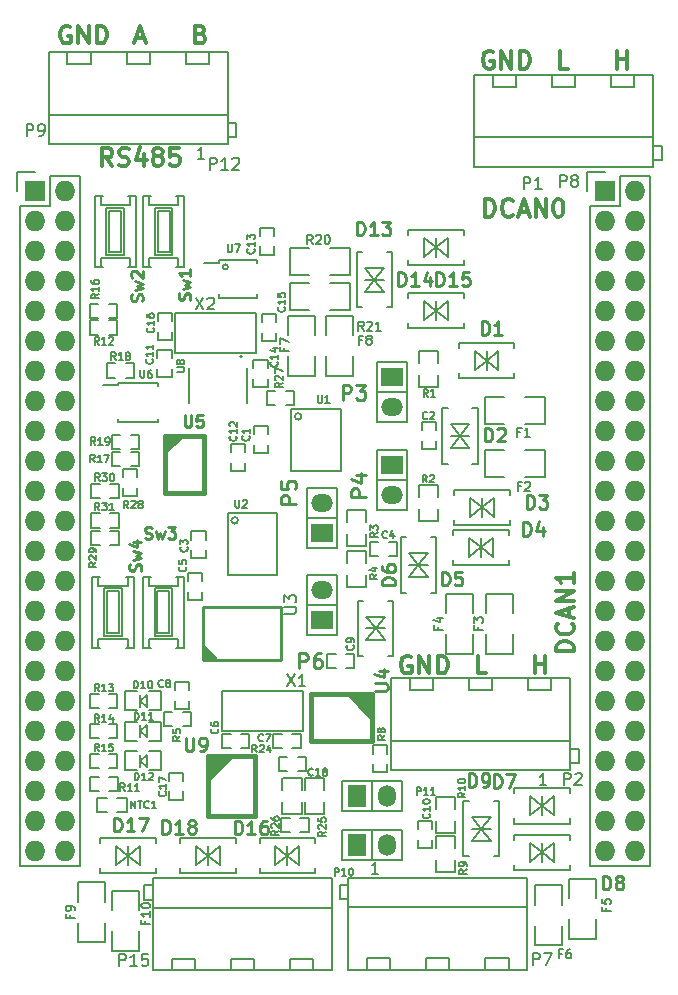
<source format=gbr>
%TF.GenerationSoftware,KiCad,Pcbnew,5.99.0-unknown-d878cbddbc~125~ubuntu20.04.1*%
%TF.CreationDate,2021-04-12T14:42:59+02:00*%
%TF.ProjectId,bbb-can-bus-cape,6262622d-6361-46e2-9d62-75732d636170,rev?*%
%TF.SameCoordinates,Original*%
%TF.FileFunction,Legend,Top*%
%TF.FilePolarity,Positive*%
%FSLAX46Y46*%
G04 Gerber Fmt 4.6, Leading zero omitted, Abs format (unit mm)*
G04 Created by KiCad (PCBNEW 5.99.0-unknown-d878cbddbc~125~ubuntu20.04.1) date 2021-04-12 14:42:59*
%MOMM*%
%LPD*%
G01*
G04 APERTURE LIST*
%ADD10C,0.300000*%
%ADD11C,0.150000*%
%ADD12C,0.127000*%
%ADD13C,0.158750*%
%ADD14C,0.250000*%
%ADD15C,0.285750*%
%ADD16C,0.254000*%
%ADD17C,0.200000*%
%ADD18C,0.203200*%
%ADD19C,0.381000*%
%ADD20R,1.727200X1.727200*%
%ADD21O,1.727200X1.727200*%
%ADD22R,1.524000X1.850000*%
%ADD23O,1.524000X1.850000*%
%ADD24R,1.850000X1.524000*%
%ADD25O,1.850000X1.524000*%
G04 APERTURE END LIST*
D10*
X130377242Y-49125257D02*
X130591528Y-49196685D01*
X130662957Y-49268114D01*
X130734385Y-49410971D01*
X130734385Y-49625257D01*
X130662957Y-49768114D01*
X130591528Y-49839542D01*
X130448671Y-49910971D01*
X129877242Y-49910971D01*
X129877242Y-48410971D01*
X130377242Y-48410971D01*
X130520100Y-48482400D01*
X130591528Y-48553828D01*
X130662957Y-48696685D01*
X130662957Y-48839542D01*
X130591528Y-48982400D01*
X130520100Y-49053828D01*
X130377242Y-49125257D01*
X129877242Y-49125257D01*
X122877242Y-60270971D02*
X122377242Y-59556685D01*
X122020100Y-60270971D02*
X122020100Y-58770971D01*
X122591528Y-58770971D01*
X122734385Y-58842400D01*
X122805814Y-58913828D01*
X122877242Y-59056685D01*
X122877242Y-59270971D01*
X122805814Y-59413828D01*
X122734385Y-59485257D01*
X122591528Y-59556685D01*
X122020100Y-59556685D01*
X123448671Y-60199542D02*
X123662957Y-60270971D01*
X124020100Y-60270971D01*
X124162957Y-60199542D01*
X124234385Y-60128114D01*
X124305814Y-59985257D01*
X124305814Y-59842400D01*
X124234385Y-59699542D01*
X124162957Y-59628114D01*
X124020100Y-59556685D01*
X123734385Y-59485257D01*
X123591528Y-59413828D01*
X123520100Y-59342400D01*
X123448671Y-59199542D01*
X123448671Y-59056685D01*
X123520100Y-58913828D01*
X123591528Y-58842400D01*
X123734385Y-58770971D01*
X124091528Y-58770971D01*
X124305814Y-58842400D01*
X125591528Y-59270971D02*
X125591528Y-60270971D01*
X125234385Y-58699542D02*
X124877242Y-59770971D01*
X125805814Y-59770971D01*
X126591528Y-59413828D02*
X126448671Y-59342400D01*
X126377242Y-59270971D01*
X126305814Y-59128114D01*
X126305814Y-59056685D01*
X126377242Y-58913828D01*
X126448671Y-58842400D01*
X126591528Y-58770971D01*
X126877242Y-58770971D01*
X127020100Y-58842400D01*
X127091528Y-58913828D01*
X127162957Y-59056685D01*
X127162957Y-59128114D01*
X127091528Y-59270971D01*
X127020100Y-59342400D01*
X126877242Y-59413828D01*
X126591528Y-59413828D01*
X126448671Y-59485257D01*
X126377242Y-59556685D01*
X126305814Y-59699542D01*
X126305814Y-59985257D01*
X126377242Y-60128114D01*
X126448671Y-60199542D01*
X126591528Y-60270971D01*
X126877242Y-60270971D01*
X127020100Y-60199542D01*
X127091528Y-60128114D01*
X127162957Y-59985257D01*
X127162957Y-59699542D01*
X127091528Y-59556685D01*
X127020100Y-59485257D01*
X126877242Y-59413828D01*
X128520100Y-58770971D02*
X127805814Y-58770971D01*
X127734385Y-59485257D01*
X127805814Y-59413828D01*
X127948671Y-59342400D01*
X128305814Y-59342400D01*
X128448671Y-59413828D01*
X128520100Y-59485257D01*
X128591528Y-59628114D01*
X128591528Y-59985257D01*
X128520100Y-60128114D01*
X128448671Y-60199542D01*
X128305814Y-60270971D01*
X127948671Y-60270971D01*
X127805814Y-60199542D01*
X127734385Y-60128114D01*
X124872957Y-49482400D02*
X125587242Y-49482400D01*
X124730100Y-49910971D02*
X125230100Y-48410971D01*
X125730100Y-49910971D01*
X154554385Y-103250971D02*
X153840100Y-103250971D01*
X153840100Y-101750971D01*
X165641528Y-52040971D02*
X165641528Y-50540971D01*
X165641528Y-51255257D02*
X166498671Y-51255257D01*
X166498671Y-52040971D02*
X166498671Y-50540971D01*
X119307242Y-48482400D02*
X119164385Y-48410971D01*
X118950100Y-48410971D01*
X118735814Y-48482400D01*
X118592957Y-48625257D01*
X118521528Y-48768114D01*
X118450100Y-49053828D01*
X118450100Y-49268114D01*
X118521528Y-49553828D01*
X118592957Y-49696685D01*
X118735814Y-49839542D01*
X118950100Y-49910971D01*
X119092957Y-49910971D01*
X119307242Y-49839542D01*
X119378671Y-49768114D01*
X119378671Y-49268114D01*
X119092957Y-49268114D01*
X120021528Y-49910971D02*
X120021528Y-48410971D01*
X120878671Y-49910971D01*
X120878671Y-48410971D01*
X121592957Y-49910971D02*
X121592957Y-48410971D01*
X121950100Y-48410971D01*
X122164385Y-48482400D01*
X122307242Y-48625257D01*
X122378671Y-48768114D01*
X122450100Y-49053828D01*
X122450100Y-49268114D01*
X122378671Y-49553828D01*
X122307242Y-49696685D01*
X122164385Y-49839542D01*
X121950100Y-49910971D01*
X121592957Y-49910971D01*
X158701528Y-103250971D02*
X158701528Y-101750971D01*
X158701528Y-102465257D02*
X159558671Y-102465257D01*
X159558671Y-103250971D02*
X159558671Y-101750971D01*
X161494385Y-52040971D02*
X160780100Y-52040971D01*
X160780100Y-50540971D01*
X148167242Y-101822400D02*
X148024385Y-101750971D01*
X147810100Y-101750971D01*
X147595814Y-101822400D01*
X147452957Y-101965257D01*
X147381528Y-102108114D01*
X147310100Y-102393828D01*
X147310100Y-102608114D01*
X147381528Y-102893828D01*
X147452957Y-103036685D01*
X147595814Y-103179542D01*
X147810100Y-103250971D01*
X147952957Y-103250971D01*
X148167242Y-103179542D01*
X148238671Y-103108114D01*
X148238671Y-102608114D01*
X147952957Y-102608114D01*
X148881528Y-103250971D02*
X148881528Y-101750971D01*
X149738671Y-103250971D01*
X149738671Y-101750971D01*
X150452957Y-103250971D02*
X150452957Y-101750971D01*
X150810100Y-101750971D01*
X151024385Y-101822400D01*
X151167242Y-101965257D01*
X151238671Y-102108114D01*
X151310100Y-102393828D01*
X151310100Y-102608114D01*
X151238671Y-102893828D01*
X151167242Y-103036685D01*
X151024385Y-103179542D01*
X150810100Y-103250971D01*
X150452957Y-103250971D01*
X161948671Y-101378114D02*
X160448671Y-101378114D01*
X160448671Y-101020971D01*
X160520100Y-100806685D01*
X160662957Y-100663828D01*
X160805814Y-100592400D01*
X161091528Y-100520971D01*
X161305814Y-100520971D01*
X161591528Y-100592400D01*
X161734385Y-100663828D01*
X161877242Y-100806685D01*
X161948671Y-101020971D01*
X161948671Y-101378114D01*
X161805814Y-99020971D02*
X161877242Y-99092400D01*
X161948671Y-99306685D01*
X161948671Y-99449542D01*
X161877242Y-99663828D01*
X161734385Y-99806685D01*
X161591528Y-99878114D01*
X161305814Y-99949542D01*
X161091528Y-99949542D01*
X160805814Y-99878114D01*
X160662957Y-99806685D01*
X160520100Y-99663828D01*
X160448671Y-99449542D01*
X160448671Y-99306685D01*
X160520100Y-99092400D01*
X160591528Y-99020971D01*
X161520100Y-98449542D02*
X161520100Y-97735257D01*
X161948671Y-98592400D02*
X160448671Y-98092400D01*
X161948671Y-97592400D01*
X161948671Y-97092400D02*
X160448671Y-97092400D01*
X161948671Y-96235257D01*
X160448671Y-96235257D01*
X161948671Y-94735257D02*
X161948671Y-95592400D01*
X161948671Y-95163828D02*
X160448671Y-95163828D01*
X160662957Y-95306685D01*
X160805814Y-95449542D01*
X160877242Y-95592400D01*
X154434385Y-64570971D02*
X154434385Y-63070971D01*
X154791528Y-63070971D01*
X155005814Y-63142400D01*
X155148671Y-63285257D01*
X155220100Y-63428114D01*
X155291528Y-63713828D01*
X155291528Y-63928114D01*
X155220100Y-64213828D01*
X155148671Y-64356685D01*
X155005814Y-64499542D01*
X154791528Y-64570971D01*
X154434385Y-64570971D01*
X156791528Y-64428114D02*
X156720100Y-64499542D01*
X156505814Y-64570971D01*
X156362957Y-64570971D01*
X156148671Y-64499542D01*
X156005814Y-64356685D01*
X155934385Y-64213828D01*
X155862957Y-63928114D01*
X155862957Y-63713828D01*
X155934385Y-63428114D01*
X156005814Y-63285257D01*
X156148671Y-63142400D01*
X156362957Y-63070971D01*
X156505814Y-63070971D01*
X156720100Y-63142400D01*
X156791528Y-63213828D01*
X157362957Y-64142400D02*
X158077242Y-64142400D01*
X157220100Y-64570971D02*
X157720100Y-63070971D01*
X158220100Y-64570971D01*
X158720100Y-64570971D02*
X158720100Y-63070971D01*
X159577242Y-64570971D01*
X159577242Y-63070971D01*
X160577242Y-63070971D02*
X160720100Y-63070971D01*
X160862957Y-63142400D01*
X160934385Y-63213828D01*
X161005814Y-63356685D01*
X161077242Y-63642400D01*
X161077242Y-63999542D01*
X161005814Y-64285257D01*
X160934385Y-64428114D01*
X160862957Y-64499542D01*
X160720100Y-64570971D01*
X160577242Y-64570971D01*
X160434385Y-64499542D01*
X160362957Y-64428114D01*
X160291528Y-64285257D01*
X160220100Y-63999542D01*
X160220100Y-63642400D01*
X160291528Y-63356685D01*
X160362957Y-63213828D01*
X160434385Y-63142400D01*
X160577242Y-63070971D01*
X155107242Y-50612400D02*
X154964385Y-50540971D01*
X154750100Y-50540971D01*
X154535814Y-50612400D01*
X154392957Y-50755257D01*
X154321528Y-50898114D01*
X154250100Y-51183828D01*
X154250100Y-51398114D01*
X154321528Y-51683828D01*
X154392957Y-51826685D01*
X154535814Y-51969542D01*
X154750100Y-52040971D01*
X154892957Y-52040971D01*
X155107242Y-51969542D01*
X155178671Y-51898114D01*
X155178671Y-51398114D01*
X154892957Y-51398114D01*
X155821528Y-52040971D02*
X155821528Y-50540971D01*
X156678671Y-52040971D01*
X156678671Y-50540971D01*
X157392957Y-52040971D02*
X157392957Y-50540971D01*
X157750100Y-50540971D01*
X157964385Y-50612400D01*
X158107242Y-50755257D01*
X158178671Y-50898114D01*
X158250100Y-51183828D01*
X158250100Y-51398114D01*
X158178671Y-51683828D01*
X158107242Y-51826685D01*
X157964385Y-51969542D01*
X157750100Y-52040971D01*
X157392957Y-52040971D01*
D11*
%TO.C,P8*%
X160782004Y-62044780D02*
X160782004Y-61044780D01*
X161162957Y-61044780D01*
X161258195Y-61092400D01*
X161305814Y-61140019D01*
X161353433Y-61235257D01*
X161353433Y-61378114D01*
X161305814Y-61473352D01*
X161258195Y-61520971D01*
X161162957Y-61568590D01*
X160782004Y-61568590D01*
X161924861Y-61473352D02*
X161829623Y-61425733D01*
X161782004Y-61378114D01*
X161734385Y-61282876D01*
X161734385Y-61235257D01*
X161782004Y-61140019D01*
X161829623Y-61092400D01*
X161924861Y-61044780D01*
X162115338Y-61044780D01*
X162210576Y-61092400D01*
X162258195Y-61140019D01*
X162305814Y-61235257D01*
X162305814Y-61282876D01*
X162258195Y-61378114D01*
X162210576Y-61425733D01*
X162115338Y-61473352D01*
X161924861Y-61473352D01*
X161829623Y-61520971D01*
X161782004Y-61568590D01*
X161734385Y-61663828D01*
X161734385Y-61854304D01*
X161782004Y-61949542D01*
X161829623Y-61997161D01*
X161924861Y-62044780D01*
X162115338Y-62044780D01*
X162210576Y-61997161D01*
X162258195Y-61949542D01*
X162305814Y-61854304D01*
X162305814Y-61663828D01*
X162258195Y-61568590D01*
X162210576Y-61520971D01*
X162115338Y-61473352D01*
%TO.C,P9*%
X115632004Y-57734780D02*
X115632004Y-56734780D01*
X116012957Y-56734780D01*
X116108195Y-56782400D01*
X116155814Y-56830019D01*
X116203433Y-56925257D01*
X116203433Y-57068114D01*
X116155814Y-57163352D01*
X116108195Y-57210971D01*
X116012957Y-57258590D01*
X115632004Y-57258590D01*
X116679623Y-57734780D02*
X116870100Y-57734780D01*
X116965338Y-57687161D01*
X117012957Y-57639542D01*
X117108195Y-57496685D01*
X117155814Y-57306209D01*
X117155814Y-56925257D01*
X117108195Y-56830019D01*
X117060576Y-56782400D01*
X116965338Y-56734780D01*
X116774861Y-56734780D01*
X116679623Y-56782400D01*
X116632004Y-56830019D01*
X116584385Y-56925257D01*
X116584385Y-57163352D01*
X116632004Y-57258590D01*
X116679623Y-57306209D01*
X116774861Y-57353828D01*
X116965338Y-57353828D01*
X117060576Y-57306209D01*
X117108195Y-57258590D01*
X117155814Y-57163352D01*
D12*
%TO.C,R13*%
X121771885Y-104749661D02*
X121560219Y-104447280D01*
X121409028Y-104749661D02*
X121409028Y-104114661D01*
X121650933Y-104114661D01*
X121711409Y-104144900D01*
X121741647Y-104175138D01*
X121771885Y-104235614D01*
X121771885Y-104326328D01*
X121741647Y-104386804D01*
X121711409Y-104417042D01*
X121650933Y-104447280D01*
X121409028Y-104447280D01*
X122376647Y-104749661D02*
X122013790Y-104749661D01*
X122195219Y-104749661D02*
X122195219Y-104114661D01*
X122134742Y-104205376D01*
X122074266Y-104265852D01*
X122013790Y-104296090D01*
X122588314Y-104114661D02*
X122981409Y-104114661D01*
X122769742Y-104356566D01*
X122860457Y-104356566D01*
X122920933Y-104386804D01*
X122951171Y-104417042D01*
X122981409Y-104477519D01*
X122981409Y-104628709D01*
X122951171Y-104689185D01*
X122920933Y-104719423D01*
X122860457Y-104749661D01*
X122679028Y-104749661D01*
X122618552Y-104719423D01*
X122588314Y-104689185D01*
%TO.C,R18*%
X123171885Y-76699661D02*
X122960219Y-76397280D01*
X122809028Y-76699661D02*
X122809028Y-76064661D01*
X123050933Y-76064661D01*
X123111409Y-76094900D01*
X123141647Y-76125138D01*
X123171885Y-76185614D01*
X123171885Y-76276328D01*
X123141647Y-76336804D01*
X123111409Y-76367042D01*
X123050933Y-76397280D01*
X122809028Y-76397280D01*
X123776647Y-76699661D02*
X123413790Y-76699661D01*
X123595219Y-76699661D02*
X123595219Y-76064661D01*
X123534742Y-76155376D01*
X123474266Y-76215852D01*
X123413790Y-76246090D01*
X124139504Y-76336804D02*
X124079028Y-76306566D01*
X124048790Y-76276328D01*
X124018552Y-76215852D01*
X124018552Y-76185614D01*
X124048790Y-76125138D01*
X124079028Y-76094900D01*
X124139504Y-76064661D01*
X124260457Y-76064661D01*
X124320933Y-76094900D01*
X124351171Y-76125138D01*
X124381409Y-76185614D01*
X124381409Y-76215852D01*
X124351171Y-76276328D01*
X124320933Y-76306566D01*
X124260457Y-76336804D01*
X124139504Y-76336804D01*
X124079028Y-76367042D01*
X124048790Y-76397280D01*
X124018552Y-76457757D01*
X124018552Y-76578709D01*
X124048790Y-76639185D01*
X124079028Y-76669423D01*
X124139504Y-76699661D01*
X124260457Y-76699661D01*
X124320933Y-76669423D01*
X124351171Y-76639185D01*
X124381409Y-76578709D01*
X124381409Y-76457757D01*
X124351171Y-76397280D01*
X124320933Y-76367042D01*
X124260457Y-76336804D01*
%TO.C,F5*%
X164685671Y-123116400D02*
X164685671Y-123370400D01*
X165084814Y-123370400D02*
X164322814Y-123370400D01*
X164322814Y-123007542D01*
X164322814Y-122354400D02*
X164322814Y-122717257D01*
X164685671Y-122753542D01*
X164649385Y-122717257D01*
X164613100Y-122644685D01*
X164613100Y-122463257D01*
X164649385Y-122390685D01*
X164685671Y-122354400D01*
X164758242Y-122318114D01*
X164939671Y-122318114D01*
X165012242Y-122354400D01*
X165048528Y-122390685D01*
X165084814Y-122463257D01*
X165084814Y-122644685D01*
X165048528Y-122717257D01*
X165012242Y-122753542D01*
%TO.C,C17*%
X127376885Y-113240614D02*
X127407123Y-113270852D01*
X127437361Y-113361566D01*
X127437361Y-113422042D01*
X127407123Y-113512757D01*
X127346647Y-113573233D01*
X127286171Y-113603471D01*
X127165219Y-113633709D01*
X127074504Y-113633709D01*
X126953552Y-113603471D01*
X126893076Y-113573233D01*
X126832600Y-113512757D01*
X126802361Y-113422042D01*
X126802361Y-113361566D01*
X126832600Y-113270852D01*
X126862838Y-113240614D01*
X127437361Y-112635852D02*
X127437361Y-112998709D01*
X127437361Y-112817280D02*
X126802361Y-112817280D01*
X126893076Y-112877757D01*
X126953552Y-112938233D01*
X126983790Y-112998709D01*
X126802361Y-112424185D02*
X126802361Y-112000852D01*
X127437361Y-112272995D01*
D13*
%TO.C,U6*%
X125246290Y-77584661D02*
X125246290Y-78098709D01*
X125276528Y-78159185D01*
X125306766Y-78189423D01*
X125367242Y-78219661D01*
X125488195Y-78219661D01*
X125548671Y-78189423D01*
X125578909Y-78159185D01*
X125609147Y-78098709D01*
X125609147Y-77584661D01*
X126183671Y-77584661D02*
X126062719Y-77584661D01*
X126002242Y-77614900D01*
X125972004Y-77645138D01*
X125911528Y-77735852D01*
X125881290Y-77856804D01*
X125881290Y-78098709D01*
X125911528Y-78159185D01*
X125941766Y-78189423D01*
X126002242Y-78219661D01*
X126123195Y-78219661D01*
X126183671Y-78189423D01*
X126213909Y-78159185D01*
X126244147Y-78098709D01*
X126244147Y-77947519D01*
X126213909Y-77887042D01*
X126183671Y-77856804D01*
X126123195Y-77826566D01*
X126002242Y-77826566D01*
X125941766Y-77856804D01*
X125911528Y-77887042D01*
X125881290Y-77947519D01*
D12*
%TO.C,R24*%
X135111885Y-109929661D02*
X134900219Y-109627280D01*
X134749028Y-109929661D02*
X134749028Y-109294661D01*
X134990933Y-109294661D01*
X135051409Y-109324900D01*
X135081647Y-109355138D01*
X135111885Y-109415614D01*
X135111885Y-109506328D01*
X135081647Y-109566804D01*
X135051409Y-109597042D01*
X134990933Y-109627280D01*
X134749028Y-109627280D01*
X135353790Y-109355138D02*
X135384028Y-109324900D01*
X135444504Y-109294661D01*
X135595695Y-109294661D01*
X135656171Y-109324900D01*
X135686409Y-109355138D01*
X135716647Y-109415614D01*
X135716647Y-109476090D01*
X135686409Y-109566804D01*
X135323552Y-109929661D01*
X135716647Y-109929661D01*
X136260933Y-109506328D02*
X136260933Y-109929661D01*
X136109742Y-109264423D02*
X135958552Y-109717995D01*
X136351647Y-109717995D01*
%TO.C,R19*%
X121461885Y-83899661D02*
X121250219Y-83597280D01*
X121099028Y-83899661D02*
X121099028Y-83264661D01*
X121340933Y-83264661D01*
X121401409Y-83294900D01*
X121431647Y-83325138D01*
X121461885Y-83385614D01*
X121461885Y-83476328D01*
X121431647Y-83536804D01*
X121401409Y-83567042D01*
X121340933Y-83597280D01*
X121099028Y-83597280D01*
X122066647Y-83899661D02*
X121703790Y-83899661D01*
X121885219Y-83899661D02*
X121885219Y-83264661D01*
X121824742Y-83355376D01*
X121764266Y-83415852D01*
X121703790Y-83446090D01*
X122369028Y-83899661D02*
X122489980Y-83899661D01*
X122550457Y-83869423D01*
X122580695Y-83839185D01*
X122641171Y-83748471D01*
X122671409Y-83627519D01*
X122671409Y-83385614D01*
X122641171Y-83325138D01*
X122610933Y-83294900D01*
X122550457Y-83264661D01*
X122429504Y-83264661D01*
X122369028Y-83294900D01*
X122338790Y-83325138D01*
X122308552Y-83385614D01*
X122308552Y-83536804D01*
X122338790Y-83597280D01*
X122369028Y-83627519D01*
X122429504Y-83657757D01*
X122550457Y-83657757D01*
X122610933Y-83627519D01*
X122641171Y-83597280D01*
X122671409Y-83536804D01*
%TO.C,D10*%
X124709028Y-104499661D02*
X124709028Y-103864661D01*
X124860219Y-103864661D01*
X124950933Y-103894900D01*
X125011409Y-103955376D01*
X125041647Y-104015852D01*
X125071885Y-104136804D01*
X125071885Y-104227519D01*
X125041647Y-104348471D01*
X125011409Y-104408947D01*
X124950933Y-104469423D01*
X124860219Y-104499661D01*
X124709028Y-104499661D01*
X125676647Y-104499661D02*
X125313790Y-104499661D01*
X125495219Y-104499661D02*
X125495219Y-103864661D01*
X125434742Y-103955376D01*
X125374266Y-104015852D01*
X125313790Y-104046090D01*
X126069742Y-103864661D02*
X126130219Y-103864661D01*
X126190695Y-103894900D01*
X126220933Y-103925138D01*
X126251171Y-103985614D01*
X126281409Y-104106566D01*
X126281409Y-104257757D01*
X126251171Y-104378709D01*
X126220933Y-104439185D01*
X126190695Y-104469423D01*
X126130219Y-104499661D01*
X126069742Y-104499661D01*
X126009266Y-104469423D01*
X125979028Y-104439185D01*
X125948790Y-104378709D01*
X125918552Y-104257757D01*
X125918552Y-104106566D01*
X125948790Y-103985614D01*
X125979028Y-103925138D01*
X126009266Y-103894900D01*
X126069742Y-103864661D01*
D14*
%TO.C,Sw3*%
X125644385Y-91797161D02*
X125787242Y-91844780D01*
X126025338Y-91844780D01*
X126120576Y-91797161D01*
X126168195Y-91749542D01*
X126215814Y-91654304D01*
X126215814Y-91559066D01*
X126168195Y-91463828D01*
X126120576Y-91416209D01*
X126025338Y-91368590D01*
X125834861Y-91320971D01*
X125739623Y-91273352D01*
X125692004Y-91225733D01*
X125644385Y-91130495D01*
X125644385Y-91035257D01*
X125692004Y-90940019D01*
X125739623Y-90892400D01*
X125834861Y-90844780D01*
X126072957Y-90844780D01*
X126215814Y-90892400D01*
X126549147Y-91178114D02*
X126739623Y-91844780D01*
X126930100Y-91368590D01*
X127120576Y-91844780D01*
X127311052Y-91178114D01*
X127596766Y-90844780D02*
X128215814Y-90844780D01*
X127882480Y-91225733D01*
X128025338Y-91225733D01*
X128120576Y-91273352D01*
X128168195Y-91320971D01*
X128215814Y-91416209D01*
X128215814Y-91654304D01*
X128168195Y-91749542D01*
X128120576Y-91797161D01*
X128025338Y-91844780D01*
X127739623Y-91844780D01*
X127644385Y-91797161D01*
X127596766Y-91749542D01*
D15*
%TO.C,D17*%
X123012171Y-116629471D02*
X123012171Y-115486471D01*
X123284314Y-115486471D01*
X123447600Y-115540900D01*
X123556457Y-115649757D01*
X123610885Y-115758614D01*
X123665314Y-115976328D01*
X123665314Y-116139614D01*
X123610885Y-116357328D01*
X123556457Y-116466185D01*
X123447600Y-116575042D01*
X123284314Y-116629471D01*
X123012171Y-116629471D01*
X124753885Y-116629471D02*
X124100742Y-116629471D01*
X124427314Y-116629471D02*
X124427314Y-115486471D01*
X124318457Y-115649757D01*
X124209600Y-115758614D01*
X124100742Y-115813042D01*
X125134885Y-115486471D02*
X125896885Y-115486471D01*
X125407028Y-116629471D01*
D12*
%TO.C,R5*%
X128637361Y-108568233D02*
X128334980Y-108779900D01*
X128637361Y-108931090D02*
X128002361Y-108931090D01*
X128002361Y-108689185D01*
X128032600Y-108628709D01*
X128062838Y-108598471D01*
X128123314Y-108568233D01*
X128214028Y-108568233D01*
X128274504Y-108598471D01*
X128304742Y-108628709D01*
X128334980Y-108689185D01*
X128334980Y-108931090D01*
X128002361Y-107993709D02*
X128002361Y-108296090D01*
X128304742Y-108326328D01*
X128274504Y-108296090D01*
X128244266Y-108235614D01*
X128244266Y-108084423D01*
X128274504Y-108023947D01*
X128304742Y-107993709D01*
X128365219Y-107963471D01*
X128516409Y-107963471D01*
X128576885Y-107993709D01*
X128607123Y-108023947D01*
X128637361Y-108084423D01*
X128637361Y-108235614D01*
X128607123Y-108296090D01*
X128576885Y-108326328D01*
D15*
%TO.C,D13*%
X143602171Y-66149471D02*
X143602171Y-65006471D01*
X143874314Y-65006471D01*
X144037600Y-65060900D01*
X144146457Y-65169757D01*
X144200885Y-65278614D01*
X144255314Y-65496328D01*
X144255314Y-65659614D01*
X144200885Y-65877328D01*
X144146457Y-65986185D01*
X144037600Y-66095042D01*
X143874314Y-66149471D01*
X143602171Y-66149471D01*
X145343885Y-66149471D02*
X144690742Y-66149471D01*
X145017314Y-66149471D02*
X145017314Y-65006471D01*
X144908457Y-65169757D01*
X144799600Y-65278614D01*
X144690742Y-65333042D01*
X145724885Y-65006471D02*
X146432457Y-65006471D01*
X146051457Y-65441900D01*
X146214742Y-65441900D01*
X146323600Y-65496328D01*
X146378028Y-65550757D01*
X146432457Y-65659614D01*
X146432457Y-65931757D01*
X146378028Y-66040614D01*
X146323600Y-66095042D01*
X146214742Y-66149471D01*
X145888171Y-66149471D01*
X145779314Y-66095042D01*
X145724885Y-66040614D01*
D11*
%TO.C,P2*%
X161112004Y-112674780D02*
X161112004Y-111674780D01*
X161492957Y-111674780D01*
X161588195Y-111722400D01*
X161635814Y-111770019D01*
X161683433Y-111865257D01*
X161683433Y-112008114D01*
X161635814Y-112103352D01*
X161588195Y-112150971D01*
X161492957Y-112198590D01*
X161112004Y-112198590D01*
X162064385Y-111770019D02*
X162112004Y-111722400D01*
X162207242Y-111674780D01*
X162445338Y-111674780D01*
X162540576Y-111722400D01*
X162588195Y-111770019D01*
X162635814Y-111865257D01*
X162635814Y-111960495D01*
X162588195Y-112103352D01*
X162016766Y-112674780D01*
X162635814Y-112674780D01*
X159645814Y-112704780D02*
X159074385Y-112704780D01*
X159360100Y-112704780D02*
X159360100Y-111704780D01*
X159264861Y-111847638D01*
X159169623Y-111942876D01*
X159074385Y-111990495D01*
D15*
%TO.C,D4*%
X157686457Y-91569471D02*
X157686457Y-90426471D01*
X157958600Y-90426471D01*
X158121885Y-90480900D01*
X158230742Y-90589757D01*
X158285171Y-90698614D01*
X158339600Y-90916328D01*
X158339600Y-91079614D01*
X158285171Y-91297328D01*
X158230742Y-91406185D01*
X158121885Y-91515042D01*
X157958600Y-91569471D01*
X157686457Y-91569471D01*
X159319314Y-90807471D02*
X159319314Y-91569471D01*
X159047171Y-90372042D02*
X158775028Y-91188471D01*
X159482600Y-91188471D01*
D12*
%TO.C,D11*%
X124769028Y-107179661D02*
X124769028Y-106544661D01*
X124920219Y-106544661D01*
X125010933Y-106574900D01*
X125071409Y-106635376D01*
X125101647Y-106695852D01*
X125131885Y-106816804D01*
X125131885Y-106907519D01*
X125101647Y-107028471D01*
X125071409Y-107088947D01*
X125010933Y-107149423D01*
X124920219Y-107179661D01*
X124769028Y-107179661D01*
X125736647Y-107179661D02*
X125373790Y-107179661D01*
X125555219Y-107179661D02*
X125555219Y-106544661D01*
X125494742Y-106635376D01*
X125434266Y-106695852D01*
X125373790Y-106726090D01*
X126341409Y-107179661D02*
X125978552Y-107179661D01*
X126159980Y-107179661D02*
X126159980Y-106544661D01*
X126099504Y-106635376D01*
X126039028Y-106695852D01*
X125978552Y-106726090D01*
%TO.C,R9*%
X152877361Y-119828233D02*
X152574980Y-120039900D01*
X152877361Y-120191090D02*
X152242361Y-120191090D01*
X152242361Y-119949185D01*
X152272600Y-119888709D01*
X152302838Y-119858471D01*
X152363314Y-119828233D01*
X152454028Y-119828233D01*
X152514504Y-119858471D01*
X152544742Y-119888709D01*
X152574980Y-119949185D01*
X152574980Y-120191090D01*
X152877361Y-119525852D02*
X152877361Y-119404900D01*
X152847123Y-119344423D01*
X152816885Y-119314185D01*
X152726171Y-119253709D01*
X152605219Y-119223471D01*
X152363314Y-119223471D01*
X152302838Y-119253709D01*
X152272600Y-119283947D01*
X152242361Y-119344423D01*
X152242361Y-119465376D01*
X152272600Y-119525852D01*
X152302838Y-119556090D01*
X152363314Y-119586328D01*
X152514504Y-119586328D01*
X152574980Y-119556090D01*
X152605219Y-119525852D01*
X152635457Y-119465376D01*
X152635457Y-119344423D01*
X152605219Y-119283947D01*
X152574980Y-119253709D01*
X152514504Y-119223471D01*
%TO.C,R2*%
X149514266Y-87079661D02*
X149302600Y-86777280D01*
X149151409Y-87079661D02*
X149151409Y-86444661D01*
X149393314Y-86444661D01*
X149453790Y-86474900D01*
X149484028Y-86505138D01*
X149514266Y-86565614D01*
X149514266Y-86656328D01*
X149484028Y-86716804D01*
X149453790Y-86747042D01*
X149393314Y-86777280D01*
X149151409Y-86777280D01*
X149756171Y-86505138D02*
X149786409Y-86474900D01*
X149846885Y-86444661D01*
X149998076Y-86444661D01*
X150058552Y-86474900D01*
X150088790Y-86505138D01*
X150119028Y-86565614D01*
X150119028Y-86626090D01*
X150088790Y-86716804D01*
X149725933Y-87079661D01*
X150119028Y-87079661D01*
%TO.C,R8*%
X145987361Y-108488233D02*
X145684980Y-108699900D01*
X145987361Y-108851090D02*
X145352361Y-108851090D01*
X145352361Y-108609185D01*
X145382600Y-108548709D01*
X145412838Y-108518471D01*
X145473314Y-108488233D01*
X145564028Y-108488233D01*
X145624504Y-108518471D01*
X145654742Y-108548709D01*
X145684980Y-108609185D01*
X145684980Y-108851090D01*
X145624504Y-108125376D02*
X145594266Y-108185852D01*
X145564028Y-108216090D01*
X145503552Y-108246328D01*
X145473314Y-108246328D01*
X145412838Y-108216090D01*
X145382600Y-108185852D01*
X145352361Y-108125376D01*
X145352361Y-108004423D01*
X145382600Y-107943947D01*
X145412838Y-107913709D01*
X145473314Y-107883471D01*
X145503552Y-107883471D01*
X145564028Y-107913709D01*
X145594266Y-107943947D01*
X145624504Y-108004423D01*
X145624504Y-108125376D01*
X145654742Y-108185852D01*
X145684980Y-108216090D01*
X145745457Y-108246328D01*
X145866409Y-108246328D01*
X145926885Y-108216090D01*
X145957123Y-108185852D01*
X145987361Y-108125376D01*
X145987361Y-108004423D01*
X145957123Y-107943947D01*
X145926885Y-107913709D01*
X145866409Y-107883471D01*
X145745457Y-107883471D01*
X145684980Y-107913709D01*
X145654742Y-107943947D01*
X145624504Y-108004423D01*
D15*
%TO.C,D14*%
X147092171Y-70439471D02*
X147092171Y-69296471D01*
X147364314Y-69296471D01*
X147527600Y-69350900D01*
X147636457Y-69459757D01*
X147690885Y-69568614D01*
X147745314Y-69786328D01*
X147745314Y-69949614D01*
X147690885Y-70167328D01*
X147636457Y-70276185D01*
X147527600Y-70385042D01*
X147364314Y-70439471D01*
X147092171Y-70439471D01*
X148833885Y-70439471D02*
X148180742Y-70439471D01*
X148507314Y-70439471D02*
X148507314Y-69296471D01*
X148398457Y-69459757D01*
X148289600Y-69568614D01*
X148180742Y-69623042D01*
X149813600Y-69677471D02*
X149813600Y-70439471D01*
X149541457Y-69242042D02*
X149269314Y-70058471D01*
X149976885Y-70058471D01*
D12*
%TO.C,C18*%
X139861885Y-111849185D02*
X139831647Y-111879423D01*
X139740933Y-111909661D01*
X139680457Y-111909661D01*
X139589742Y-111879423D01*
X139529266Y-111818947D01*
X139499028Y-111758471D01*
X139468790Y-111637519D01*
X139468790Y-111546804D01*
X139499028Y-111425852D01*
X139529266Y-111365376D01*
X139589742Y-111304900D01*
X139680457Y-111274661D01*
X139740933Y-111274661D01*
X139831647Y-111304900D01*
X139861885Y-111335138D01*
X140466647Y-111909661D02*
X140103790Y-111909661D01*
X140285219Y-111909661D02*
X140285219Y-111274661D01*
X140224742Y-111365376D01*
X140164266Y-111425852D01*
X140103790Y-111456090D01*
X140829504Y-111546804D02*
X140769028Y-111516566D01*
X140738790Y-111486328D01*
X140708552Y-111425852D01*
X140708552Y-111395614D01*
X140738790Y-111335138D01*
X140769028Y-111304900D01*
X140829504Y-111274661D01*
X140950457Y-111274661D01*
X141010933Y-111304900D01*
X141041171Y-111335138D01*
X141071409Y-111395614D01*
X141071409Y-111425852D01*
X141041171Y-111486328D01*
X141010933Y-111516566D01*
X140950457Y-111546804D01*
X140829504Y-111546804D01*
X140769028Y-111577042D01*
X140738790Y-111607280D01*
X140708552Y-111667757D01*
X140708552Y-111788709D01*
X140738790Y-111849185D01*
X140769028Y-111879423D01*
X140829504Y-111909661D01*
X140950457Y-111909661D01*
X141010933Y-111879423D01*
X141041171Y-111849185D01*
X141071409Y-111788709D01*
X141071409Y-111667757D01*
X141041171Y-111607280D01*
X141010933Y-111577042D01*
X140950457Y-111546804D01*
D15*
%TO.C,D9*%
X153066457Y-112849471D02*
X153066457Y-111706471D01*
X153338600Y-111706471D01*
X153501885Y-111760900D01*
X153610742Y-111869757D01*
X153665171Y-111978614D01*
X153719600Y-112196328D01*
X153719600Y-112359614D01*
X153665171Y-112577328D01*
X153610742Y-112686185D01*
X153501885Y-112795042D01*
X153338600Y-112849471D01*
X153066457Y-112849471D01*
X154263885Y-112849471D02*
X154481600Y-112849471D01*
X154590457Y-112795042D01*
X154644885Y-112740614D01*
X154753742Y-112577328D01*
X154808171Y-112359614D01*
X154808171Y-111924185D01*
X154753742Y-111815328D01*
X154699314Y-111760900D01*
X154590457Y-111706471D01*
X154372742Y-111706471D01*
X154263885Y-111760900D01*
X154209457Y-111815328D01*
X154155028Y-111924185D01*
X154155028Y-112196328D01*
X154209457Y-112305185D01*
X154263885Y-112359614D01*
X154372742Y-112414042D01*
X154590457Y-112414042D01*
X154699314Y-112359614D01*
X154753742Y-112305185D01*
X154808171Y-112196328D01*
%TO.C,D5*%
X150786457Y-95799471D02*
X150786457Y-94656471D01*
X151058600Y-94656471D01*
X151221885Y-94710900D01*
X151330742Y-94819757D01*
X151385171Y-94928614D01*
X151439600Y-95146328D01*
X151439600Y-95309614D01*
X151385171Y-95527328D01*
X151330742Y-95636185D01*
X151221885Y-95745042D01*
X151058600Y-95799471D01*
X150786457Y-95799471D01*
X152473742Y-94656471D02*
X151929457Y-94656471D01*
X151875028Y-95200757D01*
X151929457Y-95146328D01*
X152038314Y-95091900D01*
X152310457Y-95091900D01*
X152419314Y-95146328D01*
X152473742Y-95200757D01*
X152528171Y-95309614D01*
X152528171Y-95581757D01*
X152473742Y-95690614D01*
X152419314Y-95745042D01*
X152310457Y-95799471D01*
X152038314Y-95799471D01*
X151929457Y-95745042D01*
X151875028Y-95690614D01*
D13*
%TO.C,U8*%
X128342361Y-77706209D02*
X128856409Y-77706209D01*
X128916885Y-77675971D01*
X128947123Y-77645733D01*
X128977361Y-77585257D01*
X128977361Y-77464304D01*
X128947123Y-77403828D01*
X128916885Y-77373590D01*
X128856409Y-77343352D01*
X128342361Y-77343352D01*
X128614504Y-76950257D02*
X128584266Y-77010733D01*
X128554028Y-77040971D01*
X128493552Y-77071209D01*
X128463314Y-77071209D01*
X128402838Y-77040971D01*
X128372600Y-77010733D01*
X128342361Y-76950257D01*
X128342361Y-76829304D01*
X128372600Y-76768828D01*
X128402838Y-76738590D01*
X128463314Y-76708352D01*
X128493552Y-76708352D01*
X128554028Y-76738590D01*
X128584266Y-76768828D01*
X128614504Y-76829304D01*
X128614504Y-76950257D01*
X128644742Y-77010733D01*
X128674980Y-77040971D01*
X128735457Y-77071209D01*
X128856409Y-77071209D01*
X128916885Y-77040971D01*
X128947123Y-77010733D01*
X128977361Y-76950257D01*
X128977361Y-76829304D01*
X128947123Y-76768828D01*
X128916885Y-76738590D01*
X128856409Y-76708352D01*
X128735457Y-76708352D01*
X128674980Y-76738590D01*
X128644742Y-76768828D01*
X128614504Y-76829304D01*
D15*
%TO.C,D8*%
X164406457Y-121539471D02*
X164406457Y-120396471D01*
X164678600Y-120396471D01*
X164841885Y-120450900D01*
X164950742Y-120559757D01*
X165005171Y-120668614D01*
X165059600Y-120886328D01*
X165059600Y-121049614D01*
X165005171Y-121267328D01*
X164950742Y-121376185D01*
X164841885Y-121485042D01*
X164678600Y-121539471D01*
X164406457Y-121539471D01*
X165712742Y-120886328D02*
X165603885Y-120831900D01*
X165549457Y-120777471D01*
X165495028Y-120668614D01*
X165495028Y-120614185D01*
X165549457Y-120505328D01*
X165603885Y-120450900D01*
X165712742Y-120396471D01*
X165930457Y-120396471D01*
X166039314Y-120450900D01*
X166093742Y-120505328D01*
X166148171Y-120614185D01*
X166148171Y-120668614D01*
X166093742Y-120777471D01*
X166039314Y-120831900D01*
X165930457Y-120886328D01*
X165712742Y-120886328D01*
X165603885Y-120940757D01*
X165549457Y-120995185D01*
X165495028Y-121104042D01*
X165495028Y-121321757D01*
X165549457Y-121430614D01*
X165603885Y-121485042D01*
X165712742Y-121539471D01*
X165930457Y-121539471D01*
X166039314Y-121485042D01*
X166093742Y-121430614D01*
X166148171Y-121321757D01*
X166148171Y-121104042D01*
X166093742Y-120995185D01*
X166039314Y-120940757D01*
X165930457Y-120886328D01*
D11*
%TO.C,X1*%
X137670576Y-103324780D02*
X138337242Y-104324780D01*
X138337242Y-103324780D02*
X137670576Y-104324780D01*
X139242004Y-104324780D02*
X138670576Y-104324780D01*
X138956290Y-104324780D02*
X138956290Y-103324780D01*
X138861052Y-103467638D01*
X138765814Y-103562876D01*
X138670576Y-103610495D01*
D13*
%TO.C,P11*%
X148659028Y-113529661D02*
X148659028Y-112894661D01*
X148900933Y-112894661D01*
X148961409Y-112924900D01*
X148991647Y-112955138D01*
X149021885Y-113015614D01*
X149021885Y-113106328D01*
X148991647Y-113166804D01*
X148961409Y-113197042D01*
X148900933Y-113227280D01*
X148659028Y-113227280D01*
X149626647Y-113529661D02*
X149263790Y-113529661D01*
X149445219Y-113529661D02*
X149445219Y-112894661D01*
X149384742Y-112985376D01*
X149324266Y-113045852D01*
X149263790Y-113076090D01*
X150231409Y-113529661D02*
X149868552Y-113529661D01*
X150049980Y-113529661D02*
X150049980Y-112894661D01*
X149989504Y-112985376D01*
X149929028Y-113045852D01*
X149868552Y-113076090D01*
D15*
%TO.C,D15*%
X150312171Y-70429471D02*
X150312171Y-69286471D01*
X150584314Y-69286471D01*
X150747600Y-69340900D01*
X150856457Y-69449757D01*
X150910885Y-69558614D01*
X150965314Y-69776328D01*
X150965314Y-69939614D01*
X150910885Y-70157328D01*
X150856457Y-70266185D01*
X150747600Y-70375042D01*
X150584314Y-70429471D01*
X150312171Y-70429471D01*
X152053885Y-70429471D02*
X151400742Y-70429471D01*
X151727314Y-70429471D02*
X151727314Y-69286471D01*
X151618457Y-69449757D01*
X151509600Y-69558614D01*
X151400742Y-69613042D01*
X153088028Y-69286471D02*
X152543742Y-69286471D01*
X152489314Y-69830757D01*
X152543742Y-69776328D01*
X152652600Y-69721900D01*
X152924742Y-69721900D01*
X153033600Y-69776328D01*
X153088028Y-69830757D01*
X153142457Y-69939614D01*
X153142457Y-70211757D01*
X153088028Y-70320614D01*
X153033600Y-70375042D01*
X152924742Y-70429471D01*
X152652600Y-70429471D01*
X152543742Y-70375042D01*
X152489314Y-70320614D01*
D12*
%TO.C,R29*%
X121537361Y-93850614D02*
X121234980Y-94062280D01*
X121537361Y-94213471D02*
X120902361Y-94213471D01*
X120902361Y-93971566D01*
X120932600Y-93911090D01*
X120962838Y-93880852D01*
X121023314Y-93850614D01*
X121114028Y-93850614D01*
X121174504Y-93880852D01*
X121204742Y-93911090D01*
X121234980Y-93971566D01*
X121234980Y-94213471D01*
X120962838Y-93608709D02*
X120932600Y-93578471D01*
X120902361Y-93517995D01*
X120902361Y-93366804D01*
X120932600Y-93306328D01*
X120962838Y-93276090D01*
X121023314Y-93245852D01*
X121083790Y-93245852D01*
X121174504Y-93276090D01*
X121537361Y-93638947D01*
X121537361Y-93245852D01*
X121537361Y-92943471D02*
X121537361Y-92822519D01*
X121507123Y-92762042D01*
X121476885Y-92731804D01*
X121386171Y-92671328D01*
X121265219Y-92641090D01*
X121023314Y-92641090D01*
X120962838Y-92671328D01*
X120932600Y-92701566D01*
X120902361Y-92762042D01*
X120902361Y-92882995D01*
X120932600Y-92943471D01*
X120962838Y-92973709D01*
X121023314Y-93003947D01*
X121174504Y-93003947D01*
X121234980Y-92973709D01*
X121265219Y-92943471D01*
X121295457Y-92882995D01*
X121295457Y-92762042D01*
X121265219Y-92701566D01*
X121234980Y-92671328D01*
X121174504Y-92641090D01*
D13*
%TO.C,U7*%
X132656290Y-66924661D02*
X132656290Y-67438709D01*
X132686528Y-67499185D01*
X132716766Y-67529423D01*
X132777242Y-67559661D01*
X132898195Y-67559661D01*
X132958671Y-67529423D01*
X132988909Y-67499185D01*
X133019147Y-67438709D01*
X133019147Y-66924661D01*
X133261052Y-66924661D02*
X133684385Y-66924661D01*
X133412242Y-67559661D01*
%TO.C,NTC1*%
X124456885Y-114669661D02*
X124456885Y-114034661D01*
X124819742Y-114669661D01*
X124819742Y-114034661D01*
X125031409Y-114034661D02*
X125394266Y-114034661D01*
X125212838Y-114669661D02*
X125212838Y-114034661D01*
X125968790Y-114609185D02*
X125938552Y-114639423D01*
X125847838Y-114669661D01*
X125787361Y-114669661D01*
X125696647Y-114639423D01*
X125636171Y-114578947D01*
X125605933Y-114518471D01*
X125575695Y-114397519D01*
X125575695Y-114306804D01*
X125605933Y-114185852D01*
X125636171Y-114125376D01*
X125696647Y-114064900D01*
X125787361Y-114034661D01*
X125847838Y-114034661D01*
X125938552Y-114064900D01*
X125968790Y-114095138D01*
X126573552Y-114669661D02*
X126210695Y-114669661D01*
X126392123Y-114669661D02*
X126392123Y-114034661D01*
X126331647Y-114125376D01*
X126271171Y-114185852D01*
X126210695Y-114216090D01*
D15*
%TO.C,D2*%
X154406457Y-83609471D02*
X154406457Y-82466471D01*
X154678600Y-82466471D01*
X154841885Y-82520900D01*
X154950742Y-82629757D01*
X155005171Y-82738614D01*
X155059600Y-82956328D01*
X155059600Y-83119614D01*
X155005171Y-83337328D01*
X154950742Y-83446185D01*
X154841885Y-83555042D01*
X154678600Y-83609471D01*
X154406457Y-83609471D01*
X155495028Y-82575328D02*
X155549457Y-82520900D01*
X155658314Y-82466471D01*
X155930457Y-82466471D01*
X156039314Y-82520900D01*
X156093742Y-82575328D01*
X156148171Y-82684185D01*
X156148171Y-82793042D01*
X156093742Y-82956328D01*
X155440600Y-83609471D01*
X156148171Y-83609471D01*
%TO.C,D7*%
X155206457Y-112939471D02*
X155206457Y-111796471D01*
X155478600Y-111796471D01*
X155641885Y-111850900D01*
X155750742Y-111959757D01*
X155805171Y-112068614D01*
X155859600Y-112286328D01*
X155859600Y-112449614D01*
X155805171Y-112667328D01*
X155750742Y-112776185D01*
X155641885Y-112885042D01*
X155478600Y-112939471D01*
X155206457Y-112939471D01*
X156240600Y-111796471D02*
X157002600Y-111796471D01*
X156512742Y-112939471D01*
D12*
%TO.C,F8*%
X144036100Y-75007971D02*
X143782100Y-75007971D01*
X143782100Y-75407114D02*
X143782100Y-74645114D01*
X144144957Y-74645114D01*
X144544100Y-74971685D02*
X144471528Y-74935400D01*
X144435242Y-74899114D01*
X144398957Y-74826542D01*
X144398957Y-74790257D01*
X144435242Y-74717685D01*
X144471528Y-74681400D01*
X144544100Y-74645114D01*
X144689242Y-74645114D01*
X144761814Y-74681400D01*
X144798100Y-74717685D01*
X144834385Y-74790257D01*
X144834385Y-74826542D01*
X144798100Y-74899114D01*
X144761814Y-74935400D01*
X144689242Y-74971685D01*
X144544100Y-74971685D01*
X144471528Y-75007971D01*
X144435242Y-75044257D01*
X144398957Y-75116828D01*
X144398957Y-75261971D01*
X144435242Y-75334542D01*
X144471528Y-75370828D01*
X144544100Y-75407114D01*
X144689242Y-75407114D01*
X144761814Y-75370828D01*
X144798100Y-75334542D01*
X144834385Y-75261971D01*
X144834385Y-75116828D01*
X144798100Y-75044257D01*
X144761814Y-75007971D01*
X144689242Y-74971685D01*
%TO.C,R1*%
X149604266Y-79819661D02*
X149392600Y-79517280D01*
X149241409Y-79819661D02*
X149241409Y-79184661D01*
X149483314Y-79184661D01*
X149543790Y-79214900D01*
X149574028Y-79245138D01*
X149604266Y-79305614D01*
X149604266Y-79396328D01*
X149574028Y-79456804D01*
X149543790Y-79487042D01*
X149483314Y-79517280D01*
X149241409Y-79517280D01*
X150209028Y-79819661D02*
X149846171Y-79819661D01*
X150027600Y-79819661D02*
X150027600Y-79184661D01*
X149967123Y-79275376D01*
X149906647Y-79335852D01*
X149846171Y-79366090D01*
D11*
%TO.C,P7*%
X158502004Y-127914780D02*
X158502004Y-126914780D01*
X158882957Y-126914780D01*
X158978195Y-126962400D01*
X159025814Y-127010019D01*
X159073433Y-127105257D01*
X159073433Y-127248114D01*
X159025814Y-127343352D01*
X158978195Y-127390971D01*
X158882957Y-127438590D01*
X158502004Y-127438590D01*
X159406766Y-126914780D02*
X160073433Y-126914780D01*
X159644861Y-127914780D01*
X145415814Y-120214780D02*
X144844385Y-120214780D01*
X145130100Y-120214780D02*
X145130100Y-119214780D01*
X145034861Y-119357638D01*
X144939623Y-119452876D01*
X144844385Y-119500495D01*
D12*
%TO.C,R12*%
X121751885Y-75399661D02*
X121540219Y-75097280D01*
X121389028Y-75399661D02*
X121389028Y-74764661D01*
X121630933Y-74764661D01*
X121691409Y-74794900D01*
X121721647Y-74825138D01*
X121751885Y-74885614D01*
X121751885Y-74976328D01*
X121721647Y-75036804D01*
X121691409Y-75067042D01*
X121630933Y-75097280D01*
X121389028Y-75097280D01*
X122356647Y-75399661D02*
X121993790Y-75399661D01*
X122175219Y-75399661D02*
X122175219Y-74764661D01*
X122114742Y-74855376D01*
X122054266Y-74915852D01*
X121993790Y-74946090D01*
X122598552Y-74825138D02*
X122628790Y-74794900D01*
X122689266Y-74764661D01*
X122840457Y-74764661D01*
X122900933Y-74794900D01*
X122931171Y-74825138D01*
X122961409Y-74885614D01*
X122961409Y-74946090D01*
X122931171Y-75036804D01*
X122568314Y-75399661D01*
X122961409Y-75399661D01*
D16*
%TO.C,P6*%
X138712719Y-102796923D02*
X138712719Y-101526923D01*
X139196528Y-101526923D01*
X139317480Y-101587400D01*
X139377957Y-101647876D01*
X139438433Y-101768828D01*
X139438433Y-101950257D01*
X139377957Y-102071209D01*
X139317480Y-102131685D01*
X139196528Y-102192161D01*
X138712719Y-102192161D01*
X140527004Y-101526923D02*
X140285100Y-101526923D01*
X140164147Y-101587400D01*
X140103671Y-101647876D01*
X139982719Y-101829304D01*
X139922242Y-102071209D01*
X139922242Y-102555019D01*
X139982719Y-102675971D01*
X140043195Y-102736447D01*
X140164147Y-102796923D01*
X140406052Y-102796923D01*
X140527004Y-102736447D01*
X140587480Y-102675971D01*
X140647957Y-102555019D01*
X140647957Y-102252638D01*
X140587480Y-102131685D01*
X140527004Y-102071209D01*
X140406052Y-102010733D01*
X140164147Y-102010733D01*
X140043195Y-102071209D01*
X139982719Y-102131685D01*
X139922242Y-102252638D01*
D14*
%TO.C,Sw4*%
X125284861Y-94568114D02*
X125332480Y-94425257D01*
X125332480Y-94187161D01*
X125284861Y-94091923D01*
X125237242Y-94044304D01*
X125142004Y-93996685D01*
X125046766Y-93996685D01*
X124951528Y-94044304D01*
X124903909Y-94091923D01*
X124856290Y-94187161D01*
X124808671Y-94377638D01*
X124761052Y-94472876D01*
X124713433Y-94520495D01*
X124618195Y-94568114D01*
X124522957Y-94568114D01*
X124427719Y-94520495D01*
X124380100Y-94472876D01*
X124332480Y-94377638D01*
X124332480Y-94139542D01*
X124380100Y-93996685D01*
X124665814Y-93663352D02*
X125332480Y-93472876D01*
X124856290Y-93282400D01*
X125332480Y-93091923D01*
X124665814Y-92901447D01*
X124665814Y-92091923D02*
X125332480Y-92091923D01*
X124284861Y-92330019D02*
X124999147Y-92568114D01*
X124999147Y-91949066D01*
D12*
%TO.C,F7*%
X137445671Y-75706400D02*
X137445671Y-75960400D01*
X137844814Y-75960400D02*
X137082814Y-75960400D01*
X137082814Y-75597542D01*
X137082814Y-75379828D02*
X137082814Y-74871828D01*
X137844814Y-75198400D01*
%TO.C,F4*%
X150455671Y-99286400D02*
X150455671Y-99540400D01*
X150854814Y-99540400D02*
X150092814Y-99540400D01*
X150092814Y-99177542D01*
X150346814Y-98560685D02*
X150854814Y-98560685D01*
X150056528Y-98742114D02*
X150600814Y-98923542D01*
X150600814Y-98451828D01*
D13*
%TO.C,P10*%
X141709028Y-120379661D02*
X141709028Y-119744661D01*
X141950933Y-119744661D01*
X142011409Y-119774900D01*
X142041647Y-119805138D01*
X142071885Y-119865614D01*
X142071885Y-119956328D01*
X142041647Y-120016804D01*
X142011409Y-120047042D01*
X141950933Y-120077280D01*
X141709028Y-120077280D01*
X142676647Y-120379661D02*
X142313790Y-120379661D01*
X142495219Y-120379661D02*
X142495219Y-119744661D01*
X142434742Y-119835376D01*
X142374266Y-119895852D01*
X142313790Y-119926090D01*
X143069742Y-119744661D02*
X143130219Y-119744661D01*
X143190695Y-119774900D01*
X143220933Y-119805138D01*
X143251171Y-119865614D01*
X143281409Y-119986566D01*
X143281409Y-120137757D01*
X143251171Y-120258709D01*
X143220933Y-120319185D01*
X143190695Y-120349423D01*
X143130219Y-120379661D01*
X143069742Y-120379661D01*
X143009266Y-120349423D01*
X142979028Y-120319185D01*
X142948790Y-120258709D01*
X142918552Y-120137757D01*
X142918552Y-119986566D01*
X142948790Y-119865614D01*
X142979028Y-119805138D01*
X143009266Y-119774900D01*
X143069742Y-119744661D01*
D12*
%TO.C,R11*%
X123931885Y-113199661D02*
X123720219Y-112897280D01*
X123569028Y-113199661D02*
X123569028Y-112564661D01*
X123810933Y-112564661D01*
X123871409Y-112594900D01*
X123901647Y-112625138D01*
X123931885Y-112685614D01*
X123931885Y-112776328D01*
X123901647Y-112836804D01*
X123871409Y-112867042D01*
X123810933Y-112897280D01*
X123569028Y-112897280D01*
X124536647Y-113199661D02*
X124173790Y-113199661D01*
X124355219Y-113199661D02*
X124355219Y-112564661D01*
X124294742Y-112655376D01*
X124234266Y-112715852D01*
X124173790Y-112746090D01*
X125141409Y-113199661D02*
X124778552Y-113199661D01*
X124959980Y-113199661D02*
X124959980Y-112564661D01*
X124899504Y-112655376D01*
X124839028Y-112715852D01*
X124778552Y-112746090D01*
%TO.C,C15*%
X137446885Y-72220614D02*
X137477123Y-72250852D01*
X137507361Y-72341566D01*
X137507361Y-72402042D01*
X137477123Y-72492757D01*
X137416647Y-72553233D01*
X137356171Y-72583471D01*
X137235219Y-72613709D01*
X137144504Y-72613709D01*
X137023552Y-72583471D01*
X136963076Y-72553233D01*
X136902600Y-72492757D01*
X136872361Y-72402042D01*
X136872361Y-72341566D01*
X136902600Y-72250852D01*
X136932838Y-72220614D01*
X137507361Y-71615852D02*
X137507361Y-71978709D01*
X137507361Y-71797280D02*
X136872361Y-71797280D01*
X136963076Y-71857757D01*
X137023552Y-71918233D01*
X137053790Y-71978709D01*
X136872361Y-71041328D02*
X136872361Y-71343709D01*
X137174742Y-71373947D01*
X137144504Y-71343709D01*
X137114266Y-71283233D01*
X137114266Y-71132042D01*
X137144504Y-71071566D01*
X137174742Y-71041328D01*
X137235219Y-71011090D01*
X137386409Y-71011090D01*
X137446885Y-71041328D01*
X137477123Y-71071566D01*
X137507361Y-71132042D01*
X137507361Y-71283233D01*
X137477123Y-71343709D01*
X137446885Y-71373947D01*
%TO.C,F9*%
X119285671Y-123716400D02*
X119285671Y-123970400D01*
X119684814Y-123970400D02*
X118922814Y-123970400D01*
X118922814Y-123607542D01*
X119684814Y-123280971D02*
X119684814Y-123135828D01*
X119648528Y-123063257D01*
X119612242Y-123026971D01*
X119503385Y-122954400D01*
X119358242Y-122918114D01*
X119067957Y-122918114D01*
X118995385Y-122954400D01*
X118959100Y-122990685D01*
X118922814Y-123063257D01*
X118922814Y-123208400D01*
X118959100Y-123280971D01*
X118995385Y-123317257D01*
X119067957Y-123353542D01*
X119249385Y-123353542D01*
X119321957Y-123317257D01*
X119358242Y-123280971D01*
X119394528Y-123208400D01*
X119394528Y-123063257D01*
X119358242Y-122990685D01*
X119321957Y-122954400D01*
X119249385Y-122918114D01*
D16*
%TO.C,P3*%
X142382719Y-80086923D02*
X142382719Y-78816923D01*
X142866528Y-78816923D01*
X142987480Y-78877400D01*
X143047957Y-78937876D01*
X143108433Y-79058828D01*
X143108433Y-79240257D01*
X143047957Y-79361209D01*
X142987480Y-79421685D01*
X142866528Y-79482161D01*
X142382719Y-79482161D01*
X143531766Y-78816923D02*
X144317957Y-78816923D01*
X143894623Y-79300733D01*
X144076052Y-79300733D01*
X144197004Y-79361209D01*
X144257480Y-79421685D01*
X144317957Y-79542638D01*
X144317957Y-79845019D01*
X144257480Y-79965971D01*
X144197004Y-80026447D01*
X144076052Y-80086923D01*
X143713195Y-80086923D01*
X143592242Y-80026447D01*
X143531766Y-79965971D01*
D13*
%TO.C,U2*%
X133286290Y-88564661D02*
X133286290Y-89078709D01*
X133316528Y-89139185D01*
X133346766Y-89169423D01*
X133407242Y-89199661D01*
X133528195Y-89199661D01*
X133588671Y-89169423D01*
X133618909Y-89139185D01*
X133649147Y-89078709D01*
X133649147Y-88564661D01*
X133921290Y-88625138D02*
X133951528Y-88594900D01*
X134012004Y-88564661D01*
X134163195Y-88564661D01*
X134223671Y-88594900D01*
X134253909Y-88625138D01*
X134284147Y-88685614D01*
X134284147Y-88746090D01*
X134253909Y-88836804D01*
X133891052Y-89199661D01*
X134284147Y-89199661D01*
D12*
%TO.C,F6*%
X160946100Y-126977971D02*
X160692100Y-126977971D01*
X160692100Y-127377114D02*
X160692100Y-126615114D01*
X161054957Y-126615114D01*
X161671814Y-126615114D02*
X161526671Y-126615114D01*
X161454100Y-126651400D01*
X161417814Y-126687685D01*
X161345242Y-126796542D01*
X161308957Y-126941685D01*
X161308957Y-127231971D01*
X161345242Y-127304542D01*
X161381528Y-127340828D01*
X161454100Y-127377114D01*
X161599242Y-127377114D01*
X161671814Y-127340828D01*
X161708100Y-127304542D01*
X161744385Y-127231971D01*
X161744385Y-127050542D01*
X161708100Y-126977971D01*
X161671814Y-126941685D01*
X161599242Y-126905400D01*
X161454100Y-126905400D01*
X161381528Y-126941685D01*
X161345242Y-126977971D01*
X161308957Y-127050542D01*
%TO.C,F2*%
X157456100Y-87377971D02*
X157202100Y-87377971D01*
X157202100Y-87777114D02*
X157202100Y-87015114D01*
X157564957Y-87015114D01*
X157818957Y-87087685D02*
X157855242Y-87051400D01*
X157927814Y-87015114D01*
X158109242Y-87015114D01*
X158181814Y-87051400D01*
X158218100Y-87087685D01*
X158254385Y-87160257D01*
X158254385Y-87232828D01*
X158218100Y-87341685D01*
X157782671Y-87777114D01*
X158254385Y-87777114D01*
D14*
%TO.C,Sw1*%
X129454861Y-71608114D02*
X129502480Y-71465257D01*
X129502480Y-71227161D01*
X129454861Y-71131923D01*
X129407242Y-71084304D01*
X129312004Y-71036685D01*
X129216766Y-71036685D01*
X129121528Y-71084304D01*
X129073909Y-71131923D01*
X129026290Y-71227161D01*
X128978671Y-71417638D01*
X128931052Y-71512876D01*
X128883433Y-71560495D01*
X128788195Y-71608114D01*
X128692957Y-71608114D01*
X128597719Y-71560495D01*
X128550100Y-71512876D01*
X128502480Y-71417638D01*
X128502480Y-71179542D01*
X128550100Y-71036685D01*
X128835814Y-70703352D02*
X129502480Y-70512876D01*
X129026290Y-70322400D01*
X129502480Y-70131923D01*
X128835814Y-69941447D01*
X129502480Y-69036685D02*
X129502480Y-69608114D01*
X129502480Y-69322400D02*
X128502480Y-69322400D01*
X128645338Y-69417638D01*
X128740576Y-69512876D01*
X128788195Y-69608114D01*
D15*
%TO.C,D18*%
X127132171Y-116819471D02*
X127132171Y-115676471D01*
X127404314Y-115676471D01*
X127567600Y-115730900D01*
X127676457Y-115839757D01*
X127730885Y-115948614D01*
X127785314Y-116166328D01*
X127785314Y-116329614D01*
X127730885Y-116547328D01*
X127676457Y-116656185D01*
X127567600Y-116765042D01*
X127404314Y-116819471D01*
X127132171Y-116819471D01*
X128873885Y-116819471D02*
X128220742Y-116819471D01*
X128547314Y-116819471D02*
X128547314Y-115676471D01*
X128438457Y-115839757D01*
X128329600Y-115948614D01*
X128220742Y-116003042D01*
X129527028Y-116166328D02*
X129418171Y-116111900D01*
X129363742Y-116057471D01*
X129309314Y-115948614D01*
X129309314Y-115894185D01*
X129363742Y-115785328D01*
X129418171Y-115730900D01*
X129527028Y-115676471D01*
X129744742Y-115676471D01*
X129853600Y-115730900D01*
X129908028Y-115785328D01*
X129962457Y-115894185D01*
X129962457Y-115948614D01*
X129908028Y-116057471D01*
X129853600Y-116111900D01*
X129744742Y-116166328D01*
X129527028Y-116166328D01*
X129418171Y-116220757D01*
X129363742Y-116275185D01*
X129309314Y-116384042D01*
X129309314Y-116601757D01*
X129363742Y-116710614D01*
X129418171Y-116765042D01*
X129527028Y-116819471D01*
X129744742Y-116819471D01*
X129853600Y-116765042D01*
X129908028Y-116710614D01*
X129962457Y-116601757D01*
X129962457Y-116384042D01*
X129908028Y-116275185D01*
X129853600Y-116220757D01*
X129744742Y-116166328D01*
%TO.C,D6*%
X146837171Y-95756042D02*
X145694171Y-95756042D01*
X145694171Y-95483900D01*
X145748600Y-95320614D01*
X145857457Y-95211757D01*
X145966314Y-95157328D01*
X146184028Y-95102900D01*
X146347314Y-95102900D01*
X146565028Y-95157328D01*
X146673885Y-95211757D01*
X146782742Y-95320614D01*
X146837171Y-95483900D01*
X146837171Y-95756042D01*
X145694171Y-94123185D02*
X145694171Y-94340900D01*
X145748600Y-94449757D01*
X145803028Y-94504185D01*
X145966314Y-94613042D01*
X146184028Y-94667471D01*
X146619457Y-94667471D01*
X146728314Y-94613042D01*
X146782742Y-94558614D01*
X146837171Y-94449757D01*
X146837171Y-94232042D01*
X146782742Y-94123185D01*
X146728314Y-94068757D01*
X146619457Y-94014328D01*
X146347314Y-94014328D01*
X146238457Y-94068757D01*
X146184028Y-94123185D01*
X146129600Y-94232042D01*
X146129600Y-94449757D01*
X146184028Y-94558614D01*
X146238457Y-94613042D01*
X146347314Y-94667471D01*
D12*
%TO.C,D12*%
X124769028Y-112279661D02*
X124769028Y-111644661D01*
X124920219Y-111644661D01*
X125010933Y-111674900D01*
X125071409Y-111735376D01*
X125101647Y-111795852D01*
X125131885Y-111916804D01*
X125131885Y-112007519D01*
X125101647Y-112128471D01*
X125071409Y-112188947D01*
X125010933Y-112249423D01*
X124920219Y-112279661D01*
X124769028Y-112279661D01*
X125736647Y-112279661D02*
X125373790Y-112279661D01*
X125555219Y-112279661D02*
X125555219Y-111644661D01*
X125494742Y-111735376D01*
X125434266Y-111795852D01*
X125373790Y-111826090D01*
X125978552Y-111705138D02*
X126008790Y-111674900D01*
X126069266Y-111644661D01*
X126220457Y-111644661D01*
X126280933Y-111674900D01*
X126311171Y-111705138D01*
X126341409Y-111765614D01*
X126341409Y-111826090D01*
X126311171Y-111916804D01*
X125948314Y-112279661D01*
X126341409Y-112279661D01*
%TO.C,R3*%
X145357361Y-91308233D02*
X145054980Y-91519900D01*
X145357361Y-91671090D02*
X144722361Y-91671090D01*
X144722361Y-91429185D01*
X144752600Y-91368709D01*
X144782838Y-91338471D01*
X144843314Y-91308233D01*
X144934028Y-91308233D01*
X144994504Y-91338471D01*
X145024742Y-91368709D01*
X145054980Y-91429185D01*
X145054980Y-91671090D01*
X144722361Y-91096566D02*
X144722361Y-90703471D01*
X144964266Y-90915138D01*
X144964266Y-90824423D01*
X144994504Y-90763947D01*
X145024742Y-90733709D01*
X145085219Y-90703471D01*
X145236409Y-90703471D01*
X145296885Y-90733709D01*
X145327123Y-90763947D01*
X145357361Y-90824423D01*
X145357361Y-91005852D01*
X145327123Y-91066328D01*
X145296885Y-91096566D01*
%TO.C,C10*%
X149726885Y-115110614D02*
X149757123Y-115140852D01*
X149787361Y-115231566D01*
X149787361Y-115292042D01*
X149757123Y-115382757D01*
X149696647Y-115443233D01*
X149636171Y-115473471D01*
X149515219Y-115503709D01*
X149424504Y-115503709D01*
X149303552Y-115473471D01*
X149243076Y-115443233D01*
X149182600Y-115382757D01*
X149152361Y-115292042D01*
X149152361Y-115231566D01*
X149182600Y-115140852D01*
X149212838Y-115110614D01*
X149787361Y-114505852D02*
X149787361Y-114868709D01*
X149787361Y-114687280D02*
X149152361Y-114687280D01*
X149243076Y-114747757D01*
X149303552Y-114808233D01*
X149333790Y-114868709D01*
X149152361Y-114112757D02*
X149152361Y-114052280D01*
X149182600Y-113991804D01*
X149212838Y-113961566D01*
X149273314Y-113931328D01*
X149394266Y-113901090D01*
X149545457Y-113901090D01*
X149666409Y-113931328D01*
X149726885Y-113961566D01*
X149757123Y-113991804D01*
X149787361Y-114052280D01*
X149787361Y-114112757D01*
X149757123Y-114173233D01*
X149726885Y-114203471D01*
X149666409Y-114233709D01*
X149545457Y-114263947D01*
X149394266Y-114263947D01*
X149273314Y-114233709D01*
X149212838Y-114203471D01*
X149182600Y-114173233D01*
X149152361Y-114112757D01*
D11*
%TO.C,P12*%
X131155814Y-60584780D02*
X131155814Y-59584780D01*
X131536766Y-59584780D01*
X131632004Y-59632400D01*
X131679623Y-59680019D01*
X131727242Y-59775257D01*
X131727242Y-59918114D01*
X131679623Y-60013352D01*
X131632004Y-60060971D01*
X131536766Y-60108590D01*
X131155814Y-60108590D01*
X132679623Y-60584780D02*
X132108195Y-60584780D01*
X132393909Y-60584780D02*
X132393909Y-59584780D01*
X132298671Y-59727638D01*
X132203433Y-59822876D01*
X132108195Y-59870495D01*
X133060576Y-59680019D02*
X133108195Y-59632400D01*
X133203433Y-59584780D01*
X133441528Y-59584780D01*
X133536766Y-59632400D01*
X133584385Y-59680019D01*
X133632004Y-59775257D01*
X133632004Y-59870495D01*
X133584385Y-60013352D01*
X133012957Y-60584780D01*
X133632004Y-60584780D01*
X130675814Y-59684780D02*
X130104385Y-59684780D01*
X130390100Y-59684780D02*
X130390100Y-58684780D01*
X130294861Y-58827638D01*
X130199623Y-58922876D01*
X130104385Y-58970495D01*
D15*
%TO.C,U9*%
X129089242Y-108676471D02*
X129089242Y-109601757D01*
X129143671Y-109710614D01*
X129198100Y-109765042D01*
X129306957Y-109819471D01*
X129524671Y-109819471D01*
X129633528Y-109765042D01*
X129687957Y-109710614D01*
X129742385Y-109601757D01*
X129742385Y-108676471D01*
X130341100Y-109819471D02*
X130558814Y-109819471D01*
X130667671Y-109765042D01*
X130722100Y-109710614D01*
X130830957Y-109547328D01*
X130885385Y-109329614D01*
X130885385Y-108894185D01*
X130830957Y-108785328D01*
X130776528Y-108730900D01*
X130667671Y-108676471D01*
X130449957Y-108676471D01*
X130341100Y-108730900D01*
X130286671Y-108785328D01*
X130232242Y-108894185D01*
X130232242Y-109166328D01*
X130286671Y-109275185D01*
X130341100Y-109329614D01*
X130449957Y-109384042D01*
X130667671Y-109384042D01*
X130776528Y-109329614D01*
X130830957Y-109275185D01*
X130885385Y-109166328D01*
D12*
%TO.C,R27*%
X137297361Y-78650614D02*
X136994980Y-78862280D01*
X137297361Y-79013471D02*
X136662361Y-79013471D01*
X136662361Y-78771566D01*
X136692600Y-78711090D01*
X136722838Y-78680852D01*
X136783314Y-78650614D01*
X136874028Y-78650614D01*
X136934504Y-78680852D01*
X136964742Y-78711090D01*
X136994980Y-78771566D01*
X136994980Y-79013471D01*
X136722838Y-78408709D02*
X136692600Y-78378471D01*
X136662361Y-78317995D01*
X136662361Y-78166804D01*
X136692600Y-78106328D01*
X136722838Y-78076090D01*
X136783314Y-78045852D01*
X136843790Y-78045852D01*
X136934504Y-78076090D01*
X137297361Y-78438947D01*
X137297361Y-78045852D01*
X136662361Y-77834185D02*
X136662361Y-77410852D01*
X137297361Y-77682995D01*
%TO.C,C8*%
X127184266Y-104339185D02*
X127154028Y-104369423D01*
X127063314Y-104399661D01*
X127002838Y-104399661D01*
X126912123Y-104369423D01*
X126851647Y-104308947D01*
X126821409Y-104248471D01*
X126791171Y-104127519D01*
X126791171Y-104036804D01*
X126821409Y-103915852D01*
X126851647Y-103855376D01*
X126912123Y-103794900D01*
X127002838Y-103764661D01*
X127063314Y-103764661D01*
X127154028Y-103794900D01*
X127184266Y-103825138D01*
X127547123Y-104036804D02*
X127486647Y-104006566D01*
X127456409Y-103976328D01*
X127426171Y-103915852D01*
X127426171Y-103885614D01*
X127456409Y-103825138D01*
X127486647Y-103794900D01*
X127547123Y-103764661D01*
X127668076Y-103764661D01*
X127728552Y-103794900D01*
X127758790Y-103825138D01*
X127789028Y-103885614D01*
X127789028Y-103915852D01*
X127758790Y-103976328D01*
X127728552Y-104006566D01*
X127668076Y-104036804D01*
X127547123Y-104036804D01*
X127486647Y-104067042D01*
X127456409Y-104097280D01*
X127426171Y-104157757D01*
X127426171Y-104278709D01*
X127456409Y-104339185D01*
X127486647Y-104369423D01*
X127547123Y-104399661D01*
X127668076Y-104399661D01*
X127728552Y-104369423D01*
X127758790Y-104339185D01*
X127789028Y-104278709D01*
X127789028Y-104157757D01*
X127758790Y-104097280D01*
X127728552Y-104067042D01*
X127668076Y-104036804D01*
%TO.C,F1*%
X157436100Y-82817971D02*
X157182100Y-82817971D01*
X157182100Y-83217114D02*
X157182100Y-82455114D01*
X157544957Y-82455114D01*
X158234385Y-83217114D02*
X157798957Y-83217114D01*
X158016671Y-83217114D02*
X158016671Y-82455114D01*
X157944100Y-82563971D01*
X157871528Y-82636542D01*
X157798957Y-82672828D01*
%TO.C,R16*%
X121737361Y-71120614D02*
X121434980Y-71332280D01*
X121737361Y-71483471D02*
X121102361Y-71483471D01*
X121102361Y-71241566D01*
X121132600Y-71181090D01*
X121162838Y-71150852D01*
X121223314Y-71120614D01*
X121314028Y-71120614D01*
X121374504Y-71150852D01*
X121404742Y-71181090D01*
X121434980Y-71241566D01*
X121434980Y-71483471D01*
X121737361Y-70515852D02*
X121737361Y-70878709D01*
X121737361Y-70697280D02*
X121102361Y-70697280D01*
X121193076Y-70757757D01*
X121253552Y-70818233D01*
X121283790Y-70878709D01*
X121102361Y-69971566D02*
X121102361Y-70092519D01*
X121132600Y-70152995D01*
X121162838Y-70183233D01*
X121253552Y-70243709D01*
X121374504Y-70273947D01*
X121616409Y-70273947D01*
X121676885Y-70243709D01*
X121707123Y-70213471D01*
X121737361Y-70152995D01*
X121737361Y-70032042D01*
X121707123Y-69971566D01*
X121676885Y-69941328D01*
X121616409Y-69911090D01*
X121465219Y-69911090D01*
X121404742Y-69941328D01*
X121374504Y-69971566D01*
X121344266Y-70032042D01*
X121344266Y-70152995D01*
X121374504Y-70213471D01*
X121404742Y-70243709D01*
X121465219Y-70273947D01*
%TO.C,C4*%
X146144266Y-91749185D02*
X146114028Y-91779423D01*
X146023314Y-91809661D01*
X145962838Y-91809661D01*
X145872123Y-91779423D01*
X145811647Y-91718947D01*
X145781409Y-91658471D01*
X145751171Y-91537519D01*
X145751171Y-91446804D01*
X145781409Y-91325852D01*
X145811647Y-91265376D01*
X145872123Y-91204900D01*
X145962838Y-91174661D01*
X146023314Y-91174661D01*
X146114028Y-91204900D01*
X146144266Y-91235138D01*
X146688552Y-91386328D02*
X146688552Y-91809661D01*
X146537361Y-91144423D02*
X146386171Y-91597995D01*
X146779266Y-91597995D01*
%TO.C,R17*%
X121381885Y-85369661D02*
X121170219Y-85067280D01*
X121019028Y-85369661D02*
X121019028Y-84734661D01*
X121260933Y-84734661D01*
X121321409Y-84764900D01*
X121351647Y-84795138D01*
X121381885Y-84855614D01*
X121381885Y-84946328D01*
X121351647Y-85006804D01*
X121321409Y-85037042D01*
X121260933Y-85067280D01*
X121019028Y-85067280D01*
X121986647Y-85369661D02*
X121623790Y-85369661D01*
X121805219Y-85369661D02*
X121805219Y-84734661D01*
X121744742Y-84825376D01*
X121684266Y-84885852D01*
X121623790Y-84916090D01*
X122198314Y-84734661D02*
X122621647Y-84734661D01*
X122349504Y-85369661D01*
%TO.C,R10*%
X152787361Y-113370614D02*
X152484980Y-113582280D01*
X152787361Y-113733471D02*
X152152361Y-113733471D01*
X152152361Y-113491566D01*
X152182600Y-113431090D01*
X152212838Y-113400852D01*
X152273314Y-113370614D01*
X152364028Y-113370614D01*
X152424504Y-113400852D01*
X152454742Y-113431090D01*
X152484980Y-113491566D01*
X152484980Y-113733471D01*
X152787361Y-112765852D02*
X152787361Y-113128709D01*
X152787361Y-112947280D02*
X152152361Y-112947280D01*
X152243076Y-113007757D01*
X152303552Y-113068233D01*
X152333790Y-113128709D01*
X152152361Y-112372757D02*
X152152361Y-112312280D01*
X152182600Y-112251804D01*
X152212838Y-112221566D01*
X152273314Y-112191328D01*
X152394266Y-112161090D01*
X152545457Y-112161090D01*
X152666409Y-112191328D01*
X152726885Y-112221566D01*
X152757123Y-112251804D01*
X152787361Y-112312280D01*
X152787361Y-112372757D01*
X152757123Y-112433233D01*
X152726885Y-112463471D01*
X152666409Y-112493709D01*
X152545457Y-112523947D01*
X152394266Y-112523947D01*
X152273314Y-112493709D01*
X152212838Y-112463471D01*
X152182600Y-112433233D01*
X152152361Y-112372757D01*
%TO.C,C5*%
X129086885Y-94218233D02*
X129117123Y-94248471D01*
X129147361Y-94339185D01*
X129147361Y-94399661D01*
X129117123Y-94490376D01*
X129056647Y-94550852D01*
X128996171Y-94581090D01*
X128875219Y-94611328D01*
X128784504Y-94611328D01*
X128663552Y-94581090D01*
X128603076Y-94550852D01*
X128542600Y-94490376D01*
X128512361Y-94399661D01*
X128512361Y-94339185D01*
X128542600Y-94248471D01*
X128572838Y-94218233D01*
X128512361Y-93643709D02*
X128512361Y-93946090D01*
X128814742Y-93976328D01*
X128784504Y-93946090D01*
X128754266Y-93885614D01*
X128754266Y-93734423D01*
X128784504Y-93673947D01*
X128814742Y-93643709D01*
X128875219Y-93613471D01*
X129026409Y-93613471D01*
X129086885Y-93643709D01*
X129117123Y-93673947D01*
X129147361Y-93734423D01*
X129147361Y-93885614D01*
X129117123Y-93946090D01*
X129086885Y-93976328D01*
%TO.C,F10*%
X125685671Y-124199257D02*
X125685671Y-124453257D01*
X126084814Y-124453257D02*
X125322814Y-124453257D01*
X125322814Y-124090400D01*
X126084814Y-123400971D02*
X126084814Y-123836400D01*
X126084814Y-123618685D02*
X125322814Y-123618685D01*
X125431671Y-123691257D01*
X125504242Y-123763828D01*
X125540528Y-123836400D01*
X125322814Y-122929257D02*
X125322814Y-122856685D01*
X125359100Y-122784114D01*
X125395385Y-122747828D01*
X125467957Y-122711542D01*
X125613100Y-122675257D01*
X125794528Y-122675257D01*
X125939671Y-122711542D01*
X126012242Y-122747828D01*
X126048528Y-122784114D01*
X126084814Y-122856685D01*
X126084814Y-122929257D01*
X126048528Y-123001828D01*
X126012242Y-123038114D01*
X125939671Y-123074400D01*
X125794528Y-123110685D01*
X125613100Y-123110685D01*
X125467957Y-123074400D01*
X125395385Y-123038114D01*
X125359100Y-123001828D01*
X125322814Y-122929257D01*
%TO.C,C2*%
X149544266Y-81649185D02*
X149514028Y-81679423D01*
X149423314Y-81709661D01*
X149362838Y-81709661D01*
X149272123Y-81679423D01*
X149211647Y-81618947D01*
X149181409Y-81558471D01*
X149151171Y-81437519D01*
X149151171Y-81346804D01*
X149181409Y-81225852D01*
X149211647Y-81165376D01*
X149272123Y-81104900D01*
X149362838Y-81074661D01*
X149423314Y-81074661D01*
X149514028Y-81104900D01*
X149544266Y-81135138D01*
X149786171Y-81135138D02*
X149816409Y-81104900D01*
X149876885Y-81074661D01*
X150028076Y-81074661D01*
X150088552Y-81104900D01*
X150118790Y-81135138D01*
X150149028Y-81195614D01*
X150149028Y-81256090D01*
X150118790Y-81346804D01*
X149755933Y-81709661D01*
X150149028Y-81709661D01*
D15*
%TO.C,D1*%
X154146457Y-74589471D02*
X154146457Y-73446471D01*
X154418600Y-73446471D01*
X154581885Y-73500900D01*
X154690742Y-73609757D01*
X154745171Y-73718614D01*
X154799600Y-73936328D01*
X154799600Y-74099614D01*
X154745171Y-74317328D01*
X154690742Y-74426185D01*
X154581885Y-74535042D01*
X154418600Y-74589471D01*
X154146457Y-74589471D01*
X155888171Y-74589471D02*
X155235028Y-74589471D01*
X155561600Y-74589471D02*
X155561600Y-73446471D01*
X155452742Y-73609757D01*
X155343885Y-73718614D01*
X155235028Y-73773042D01*
D12*
%TO.C,C6*%
X131796885Y-107938233D02*
X131827123Y-107968471D01*
X131857361Y-108059185D01*
X131857361Y-108119661D01*
X131827123Y-108210376D01*
X131766647Y-108270852D01*
X131706171Y-108301090D01*
X131585219Y-108331328D01*
X131494504Y-108331328D01*
X131373552Y-108301090D01*
X131313076Y-108270852D01*
X131252600Y-108210376D01*
X131222361Y-108119661D01*
X131222361Y-108059185D01*
X131252600Y-107968471D01*
X131282838Y-107938233D01*
X131222361Y-107393947D02*
X131222361Y-107514900D01*
X131252600Y-107575376D01*
X131282838Y-107605614D01*
X131373552Y-107666090D01*
X131494504Y-107696328D01*
X131736409Y-107696328D01*
X131796885Y-107666090D01*
X131827123Y-107635852D01*
X131857361Y-107575376D01*
X131857361Y-107454423D01*
X131827123Y-107393947D01*
X131796885Y-107363709D01*
X131736409Y-107333471D01*
X131585219Y-107333471D01*
X131524742Y-107363709D01*
X131494504Y-107393947D01*
X131464266Y-107454423D01*
X131464266Y-107575376D01*
X131494504Y-107635852D01*
X131524742Y-107666090D01*
X131585219Y-107696328D01*
D14*
%TO.C,Sw2*%
X125424861Y-71728114D02*
X125472480Y-71585257D01*
X125472480Y-71347161D01*
X125424861Y-71251923D01*
X125377242Y-71204304D01*
X125282004Y-71156685D01*
X125186766Y-71156685D01*
X125091528Y-71204304D01*
X125043909Y-71251923D01*
X124996290Y-71347161D01*
X124948671Y-71537638D01*
X124901052Y-71632876D01*
X124853433Y-71680495D01*
X124758195Y-71728114D01*
X124662957Y-71728114D01*
X124567719Y-71680495D01*
X124520100Y-71632876D01*
X124472480Y-71537638D01*
X124472480Y-71299542D01*
X124520100Y-71156685D01*
X124805814Y-70823352D02*
X125472480Y-70632876D01*
X124996290Y-70442400D01*
X125472480Y-70251923D01*
X124805814Y-70061447D01*
X124567719Y-69728114D02*
X124520100Y-69680495D01*
X124472480Y-69585257D01*
X124472480Y-69347161D01*
X124520100Y-69251923D01*
X124567719Y-69204304D01*
X124662957Y-69156685D01*
X124758195Y-69156685D01*
X124901052Y-69204304D01*
X125472480Y-69775733D01*
X125472480Y-69156685D01*
D12*
%TO.C,C11*%
X126276885Y-76640614D02*
X126307123Y-76670852D01*
X126337361Y-76761566D01*
X126337361Y-76822042D01*
X126307123Y-76912757D01*
X126246647Y-76973233D01*
X126186171Y-77003471D01*
X126065219Y-77033709D01*
X125974504Y-77033709D01*
X125853552Y-77003471D01*
X125793076Y-76973233D01*
X125732600Y-76912757D01*
X125702361Y-76822042D01*
X125702361Y-76761566D01*
X125732600Y-76670852D01*
X125762838Y-76640614D01*
X126337361Y-76035852D02*
X126337361Y-76398709D01*
X126337361Y-76217280D02*
X125702361Y-76217280D01*
X125793076Y-76277757D01*
X125853552Y-76338233D01*
X125883790Y-76398709D01*
X126337361Y-75431090D02*
X126337361Y-75793947D01*
X126337361Y-75612519D02*
X125702361Y-75612519D01*
X125793076Y-75672995D01*
X125853552Y-75733471D01*
X125883790Y-75793947D01*
D15*
%TO.C,D16*%
X133232171Y-116859471D02*
X133232171Y-115716471D01*
X133504314Y-115716471D01*
X133667600Y-115770900D01*
X133776457Y-115879757D01*
X133830885Y-115988614D01*
X133885314Y-116206328D01*
X133885314Y-116369614D01*
X133830885Y-116587328D01*
X133776457Y-116696185D01*
X133667600Y-116805042D01*
X133504314Y-116859471D01*
X133232171Y-116859471D01*
X134973885Y-116859471D02*
X134320742Y-116859471D01*
X134647314Y-116859471D02*
X134647314Y-115716471D01*
X134538457Y-115879757D01*
X134429600Y-115988614D01*
X134320742Y-116043042D01*
X135953600Y-115716471D02*
X135735885Y-115716471D01*
X135627028Y-115770900D01*
X135572600Y-115825328D01*
X135463742Y-115988614D01*
X135409314Y-116206328D01*
X135409314Y-116641757D01*
X135463742Y-116750614D01*
X135518171Y-116805042D01*
X135627028Y-116859471D01*
X135844742Y-116859471D01*
X135953600Y-116805042D01*
X136008028Y-116750614D01*
X136062457Y-116641757D01*
X136062457Y-116369614D01*
X136008028Y-116260757D01*
X135953600Y-116206328D01*
X135844742Y-116151900D01*
X135627028Y-116151900D01*
X135518171Y-116206328D01*
X135463742Y-116260757D01*
X135409314Y-116369614D01*
D12*
%TO.C,R21*%
X144160242Y-74217114D02*
X143906242Y-73854257D01*
X143724814Y-74217114D02*
X143724814Y-73455114D01*
X144015100Y-73455114D01*
X144087671Y-73491400D01*
X144123957Y-73527685D01*
X144160242Y-73600257D01*
X144160242Y-73709114D01*
X144123957Y-73781685D01*
X144087671Y-73817971D01*
X144015100Y-73854257D01*
X143724814Y-73854257D01*
X144450528Y-73527685D02*
X144486814Y-73491400D01*
X144559385Y-73455114D01*
X144740814Y-73455114D01*
X144813385Y-73491400D01*
X144849671Y-73527685D01*
X144885957Y-73600257D01*
X144885957Y-73672828D01*
X144849671Y-73781685D01*
X144414242Y-74217114D01*
X144885957Y-74217114D01*
X145611671Y-74217114D02*
X145176242Y-74217114D01*
X145393957Y-74217114D02*
X145393957Y-73455114D01*
X145321385Y-73563971D01*
X145248814Y-73636542D01*
X145176242Y-73672828D01*
%TO.C,R15*%
X121751885Y-109819661D02*
X121540219Y-109517280D01*
X121389028Y-109819661D02*
X121389028Y-109184661D01*
X121630933Y-109184661D01*
X121691409Y-109214900D01*
X121721647Y-109245138D01*
X121751885Y-109305614D01*
X121751885Y-109396328D01*
X121721647Y-109456804D01*
X121691409Y-109487042D01*
X121630933Y-109517280D01*
X121389028Y-109517280D01*
X122356647Y-109819661D02*
X121993790Y-109819661D01*
X122175219Y-109819661D02*
X122175219Y-109184661D01*
X122114742Y-109275376D01*
X122054266Y-109335852D01*
X121993790Y-109366090D01*
X122931171Y-109184661D02*
X122628790Y-109184661D01*
X122598552Y-109487042D01*
X122628790Y-109456804D01*
X122689266Y-109426566D01*
X122840457Y-109426566D01*
X122900933Y-109456804D01*
X122931171Y-109487042D01*
X122961409Y-109547519D01*
X122961409Y-109698709D01*
X122931171Y-109759185D01*
X122900933Y-109789423D01*
X122840457Y-109819661D01*
X122689266Y-109819661D01*
X122628790Y-109789423D01*
X122598552Y-109759185D01*
%TO.C,C9*%
X143276885Y-100858233D02*
X143307123Y-100888471D01*
X143337361Y-100979185D01*
X143337361Y-101039661D01*
X143307123Y-101130376D01*
X143246647Y-101190852D01*
X143186171Y-101221090D01*
X143065219Y-101251328D01*
X142974504Y-101251328D01*
X142853552Y-101221090D01*
X142793076Y-101190852D01*
X142732600Y-101130376D01*
X142702361Y-101039661D01*
X142702361Y-100979185D01*
X142732600Y-100888471D01*
X142762838Y-100858233D01*
X143337361Y-100555852D02*
X143337361Y-100434900D01*
X143307123Y-100374423D01*
X143276885Y-100344185D01*
X143186171Y-100283709D01*
X143065219Y-100253471D01*
X142823314Y-100253471D01*
X142762838Y-100283709D01*
X142732600Y-100313947D01*
X142702361Y-100374423D01*
X142702361Y-100495376D01*
X142732600Y-100555852D01*
X142762838Y-100586090D01*
X142823314Y-100616328D01*
X142974504Y-100616328D01*
X143034980Y-100586090D01*
X143065219Y-100555852D01*
X143095457Y-100495376D01*
X143095457Y-100374423D01*
X143065219Y-100313947D01*
X143034980Y-100283709D01*
X142974504Y-100253471D01*
%TO.C,R30*%
X121821885Y-86949661D02*
X121610219Y-86647280D01*
X121459028Y-86949661D02*
X121459028Y-86314661D01*
X121700933Y-86314661D01*
X121761409Y-86344900D01*
X121791647Y-86375138D01*
X121821885Y-86435614D01*
X121821885Y-86526328D01*
X121791647Y-86586804D01*
X121761409Y-86617042D01*
X121700933Y-86647280D01*
X121459028Y-86647280D01*
X122033552Y-86314661D02*
X122426647Y-86314661D01*
X122214980Y-86556566D01*
X122305695Y-86556566D01*
X122366171Y-86586804D01*
X122396409Y-86617042D01*
X122426647Y-86677519D01*
X122426647Y-86828709D01*
X122396409Y-86889185D01*
X122366171Y-86919423D01*
X122305695Y-86949661D01*
X122124266Y-86949661D01*
X122063790Y-86919423D01*
X122033552Y-86889185D01*
X122819742Y-86314661D02*
X122880219Y-86314661D01*
X122940695Y-86344900D01*
X122970933Y-86375138D01*
X123001171Y-86435614D01*
X123031409Y-86556566D01*
X123031409Y-86707757D01*
X123001171Y-86828709D01*
X122970933Y-86889185D01*
X122940695Y-86919423D01*
X122880219Y-86949661D01*
X122819742Y-86949661D01*
X122759266Y-86919423D01*
X122729028Y-86889185D01*
X122698790Y-86828709D01*
X122668552Y-86707757D01*
X122668552Y-86556566D01*
X122698790Y-86435614D01*
X122729028Y-86375138D01*
X122759266Y-86344900D01*
X122819742Y-86314661D01*
%TO.C,F3*%
X153865671Y-99286400D02*
X153865671Y-99540400D01*
X154264814Y-99540400D02*
X153502814Y-99540400D01*
X153502814Y-99177542D01*
X153502814Y-98959828D02*
X153502814Y-98488114D01*
X153793100Y-98742114D01*
X153793100Y-98633257D01*
X153829385Y-98560685D01*
X153865671Y-98524400D01*
X153938242Y-98488114D01*
X154119671Y-98488114D01*
X154192242Y-98524400D01*
X154228528Y-98560685D01*
X154264814Y-98633257D01*
X154264814Y-98850971D01*
X154228528Y-98923542D01*
X154192242Y-98959828D01*
D15*
%TO.C,D3*%
X157966457Y-89289471D02*
X157966457Y-88146471D01*
X158238600Y-88146471D01*
X158401885Y-88200900D01*
X158510742Y-88309757D01*
X158565171Y-88418614D01*
X158619600Y-88636328D01*
X158619600Y-88799614D01*
X158565171Y-89017328D01*
X158510742Y-89126185D01*
X158401885Y-89235042D01*
X158238600Y-89289471D01*
X157966457Y-89289471D01*
X159000600Y-88146471D02*
X159708171Y-88146471D01*
X159327171Y-88581900D01*
X159490457Y-88581900D01*
X159599314Y-88636328D01*
X159653742Y-88690757D01*
X159708171Y-88799614D01*
X159708171Y-89071757D01*
X159653742Y-89180614D01*
X159599314Y-89235042D01*
X159490457Y-89289471D01*
X159163885Y-89289471D01*
X159055028Y-89235042D01*
X159000600Y-89180614D01*
D16*
%TO.C,P4*%
X144384623Y-88299780D02*
X143114623Y-88299780D01*
X143114623Y-87815971D01*
X143175100Y-87695019D01*
X143235576Y-87634542D01*
X143356528Y-87574066D01*
X143537957Y-87574066D01*
X143658909Y-87634542D01*
X143719385Y-87695019D01*
X143779861Y-87815971D01*
X143779861Y-88299780D01*
X143537957Y-86485495D02*
X144384623Y-86485495D01*
X143054147Y-86787876D02*
X143961290Y-87090257D01*
X143961290Y-86304066D01*
D12*
%TO.C,R28*%
X124251885Y-89259661D02*
X124040219Y-88957280D01*
X123889028Y-89259661D02*
X123889028Y-88624661D01*
X124130933Y-88624661D01*
X124191409Y-88654900D01*
X124221647Y-88685138D01*
X124251885Y-88745614D01*
X124251885Y-88836328D01*
X124221647Y-88896804D01*
X124191409Y-88927042D01*
X124130933Y-88957280D01*
X123889028Y-88957280D01*
X124493790Y-88685138D02*
X124524028Y-88654900D01*
X124584504Y-88624661D01*
X124735695Y-88624661D01*
X124796171Y-88654900D01*
X124826409Y-88685138D01*
X124856647Y-88745614D01*
X124856647Y-88806090D01*
X124826409Y-88896804D01*
X124463552Y-89259661D01*
X124856647Y-89259661D01*
X125219504Y-88896804D02*
X125159028Y-88866566D01*
X125128790Y-88836328D01*
X125098552Y-88775852D01*
X125098552Y-88745614D01*
X125128790Y-88685138D01*
X125159028Y-88654900D01*
X125219504Y-88624661D01*
X125340457Y-88624661D01*
X125400933Y-88654900D01*
X125431171Y-88685138D01*
X125461409Y-88745614D01*
X125461409Y-88775852D01*
X125431171Y-88836328D01*
X125400933Y-88866566D01*
X125340457Y-88896804D01*
X125219504Y-88896804D01*
X125159028Y-88927042D01*
X125128790Y-88957280D01*
X125098552Y-89017757D01*
X125098552Y-89138709D01*
X125128790Y-89199185D01*
X125159028Y-89229423D01*
X125219504Y-89259661D01*
X125340457Y-89259661D01*
X125400933Y-89229423D01*
X125431171Y-89199185D01*
X125461409Y-89138709D01*
X125461409Y-89017757D01*
X125431171Y-88957280D01*
X125400933Y-88927042D01*
X125340457Y-88896804D01*
D14*
%TO.C,U5*%
X129008195Y-81384780D02*
X129008195Y-82194304D01*
X129055814Y-82289542D01*
X129103433Y-82337161D01*
X129198671Y-82384780D01*
X129389147Y-82384780D01*
X129484385Y-82337161D01*
X129532004Y-82289542D01*
X129579623Y-82194304D01*
X129579623Y-81384780D01*
X130532004Y-81384780D02*
X130055814Y-81384780D01*
X130008195Y-81860971D01*
X130055814Y-81813352D01*
X130151052Y-81765733D01*
X130389147Y-81765733D01*
X130484385Y-81813352D01*
X130532004Y-81860971D01*
X130579623Y-81956209D01*
X130579623Y-82194304D01*
X130532004Y-82289542D01*
X130484385Y-82337161D01*
X130389147Y-82384780D01*
X130151052Y-82384780D01*
X130055814Y-82337161D01*
X130008195Y-82289542D01*
D12*
%TO.C,R14*%
X121771885Y-107349661D02*
X121560219Y-107047280D01*
X121409028Y-107349661D02*
X121409028Y-106714661D01*
X121650933Y-106714661D01*
X121711409Y-106744900D01*
X121741647Y-106775138D01*
X121771885Y-106835614D01*
X121771885Y-106926328D01*
X121741647Y-106986804D01*
X121711409Y-107017042D01*
X121650933Y-107047280D01*
X121409028Y-107047280D01*
X122376647Y-107349661D02*
X122013790Y-107349661D01*
X122195219Y-107349661D02*
X122195219Y-106714661D01*
X122134742Y-106805376D01*
X122074266Y-106865852D01*
X122013790Y-106896090D01*
X122920933Y-106926328D02*
X122920933Y-107349661D01*
X122769742Y-106684423D02*
X122618552Y-107137995D01*
X123011647Y-107137995D01*
D16*
%TO.C,P5*%
X138444623Y-88859780D02*
X137174623Y-88859780D01*
X137174623Y-88375971D01*
X137235100Y-88255019D01*
X137295576Y-88194542D01*
X137416528Y-88134066D01*
X137597957Y-88134066D01*
X137718909Y-88194542D01*
X137779385Y-88255019D01*
X137839861Y-88375971D01*
X137839861Y-88859780D01*
X137174623Y-86985019D02*
X137174623Y-87589780D01*
X137779385Y-87650257D01*
X137718909Y-87589780D01*
X137658433Y-87468828D01*
X137658433Y-87166447D01*
X137718909Y-87045495D01*
X137779385Y-86985019D01*
X137900338Y-86924542D01*
X138202719Y-86924542D01*
X138323671Y-86985019D01*
X138384147Y-87045495D01*
X138444623Y-87166447D01*
X138444623Y-87468828D01*
X138384147Y-87589780D01*
X138323671Y-87650257D01*
D15*
%TO.C,U4*%
X145084171Y-104733257D02*
X146009457Y-104733257D01*
X146118314Y-104678828D01*
X146172742Y-104624400D01*
X146227171Y-104515542D01*
X146227171Y-104297828D01*
X146172742Y-104188971D01*
X146118314Y-104134542D01*
X146009457Y-104080114D01*
X145084171Y-104080114D01*
X145465171Y-103045971D02*
X146227171Y-103045971D01*
X145029742Y-103318114D02*
X145846171Y-103590257D01*
X145846171Y-102882685D01*
D12*
%TO.C,R25*%
X140957361Y-116640614D02*
X140654980Y-116852280D01*
X140957361Y-117003471D02*
X140322361Y-117003471D01*
X140322361Y-116761566D01*
X140352600Y-116701090D01*
X140382838Y-116670852D01*
X140443314Y-116640614D01*
X140534028Y-116640614D01*
X140594504Y-116670852D01*
X140624742Y-116701090D01*
X140654980Y-116761566D01*
X140654980Y-117003471D01*
X140382838Y-116398709D02*
X140352600Y-116368471D01*
X140322361Y-116307995D01*
X140322361Y-116156804D01*
X140352600Y-116096328D01*
X140382838Y-116066090D01*
X140443314Y-116035852D01*
X140503790Y-116035852D01*
X140594504Y-116066090D01*
X140957361Y-116428947D01*
X140957361Y-116035852D01*
X140322361Y-115461328D02*
X140322361Y-115763709D01*
X140624742Y-115793947D01*
X140594504Y-115763709D01*
X140564266Y-115703233D01*
X140564266Y-115552042D01*
X140594504Y-115491566D01*
X140624742Y-115461328D01*
X140685219Y-115431090D01*
X140836409Y-115431090D01*
X140896885Y-115461328D01*
X140927123Y-115491566D01*
X140957361Y-115552042D01*
X140957361Y-115703233D01*
X140927123Y-115763709D01*
X140896885Y-115793947D01*
%TO.C,R26*%
X136987361Y-116550614D02*
X136684980Y-116762280D01*
X136987361Y-116913471D02*
X136352361Y-116913471D01*
X136352361Y-116671566D01*
X136382600Y-116611090D01*
X136412838Y-116580852D01*
X136473314Y-116550614D01*
X136564028Y-116550614D01*
X136624504Y-116580852D01*
X136654742Y-116611090D01*
X136684980Y-116671566D01*
X136684980Y-116913471D01*
X136412838Y-116308709D02*
X136382600Y-116278471D01*
X136352361Y-116217995D01*
X136352361Y-116066804D01*
X136382600Y-116006328D01*
X136412838Y-115976090D01*
X136473314Y-115945852D01*
X136533790Y-115945852D01*
X136624504Y-115976090D01*
X136987361Y-116338947D01*
X136987361Y-115945852D01*
X136352361Y-115401566D02*
X136352361Y-115522519D01*
X136382600Y-115582995D01*
X136412838Y-115613233D01*
X136503552Y-115673709D01*
X136624504Y-115703947D01*
X136866409Y-115703947D01*
X136926885Y-115673709D01*
X136957123Y-115643471D01*
X136987361Y-115582995D01*
X136987361Y-115462042D01*
X136957123Y-115401566D01*
X136926885Y-115371328D01*
X136866409Y-115341090D01*
X136715219Y-115341090D01*
X136654742Y-115371328D01*
X136624504Y-115401566D01*
X136594266Y-115462042D01*
X136594266Y-115582995D01*
X136624504Y-115643471D01*
X136654742Y-115673709D01*
X136715219Y-115703947D01*
D11*
%TO.C,P1*%
X157702004Y-62214780D02*
X157702004Y-61214780D01*
X158082957Y-61214780D01*
X158178195Y-61262400D01*
X158225814Y-61310019D01*
X158273433Y-61405257D01*
X158273433Y-61548114D01*
X158225814Y-61643352D01*
X158178195Y-61690971D01*
X158082957Y-61738590D01*
X157702004Y-61738590D01*
X159225814Y-62214780D02*
X158654385Y-62214780D01*
X158940100Y-62214780D02*
X158940100Y-61214780D01*
X158844861Y-61357638D01*
X158749623Y-61452876D01*
X158654385Y-61500495D01*
%TO.C,P15*%
X123455814Y-128004780D02*
X123455814Y-127004780D01*
X123836766Y-127004780D01*
X123932004Y-127052400D01*
X123979623Y-127100019D01*
X124027242Y-127195257D01*
X124027242Y-127338114D01*
X123979623Y-127433352D01*
X123932004Y-127480971D01*
X123836766Y-127528590D01*
X123455814Y-127528590D01*
X124979623Y-128004780D02*
X124408195Y-128004780D01*
X124693909Y-128004780D02*
X124693909Y-127004780D01*
X124598671Y-127147638D01*
X124503433Y-127242876D01*
X124408195Y-127290495D01*
X125884385Y-127004780D02*
X125408195Y-127004780D01*
X125360576Y-127480971D01*
X125408195Y-127433352D01*
X125503433Y-127385733D01*
X125741528Y-127385733D01*
X125836766Y-127433352D01*
X125884385Y-127480971D01*
X125932004Y-127576209D01*
X125932004Y-127814304D01*
X125884385Y-127909542D01*
X125836766Y-127957161D01*
X125741528Y-128004780D01*
X125503433Y-128004780D01*
X125408195Y-127957161D01*
X125360576Y-127909542D01*
D12*
%TO.C,C14*%
X136826885Y-76870614D02*
X136857123Y-76900852D01*
X136887361Y-76991566D01*
X136887361Y-77052042D01*
X136857123Y-77142757D01*
X136796647Y-77203233D01*
X136736171Y-77233471D01*
X136615219Y-77263709D01*
X136524504Y-77263709D01*
X136403552Y-77233471D01*
X136343076Y-77203233D01*
X136282600Y-77142757D01*
X136252361Y-77052042D01*
X136252361Y-76991566D01*
X136282600Y-76900852D01*
X136312838Y-76870614D01*
X136887361Y-76265852D02*
X136887361Y-76628709D01*
X136887361Y-76447280D02*
X136252361Y-76447280D01*
X136343076Y-76507757D01*
X136403552Y-76568233D01*
X136433790Y-76628709D01*
X136464028Y-75721566D02*
X136887361Y-75721566D01*
X136222123Y-75872757D02*
X136675695Y-76023947D01*
X136675695Y-75630852D01*
%TO.C,R4*%
X145307361Y-94858233D02*
X145004980Y-95069900D01*
X145307361Y-95221090D02*
X144672361Y-95221090D01*
X144672361Y-94979185D01*
X144702600Y-94918709D01*
X144732838Y-94888471D01*
X144793314Y-94858233D01*
X144884028Y-94858233D01*
X144944504Y-94888471D01*
X144974742Y-94918709D01*
X145004980Y-94979185D01*
X145004980Y-95221090D01*
X144884028Y-94313947D02*
X145307361Y-94313947D01*
X144642123Y-94465138D02*
X145095695Y-94616328D01*
X145095695Y-94223233D01*
%TO.C,C3*%
X129206885Y-92538233D02*
X129237123Y-92568471D01*
X129267361Y-92659185D01*
X129267361Y-92719661D01*
X129237123Y-92810376D01*
X129176647Y-92870852D01*
X129116171Y-92901090D01*
X128995219Y-92931328D01*
X128904504Y-92931328D01*
X128783552Y-92901090D01*
X128723076Y-92870852D01*
X128662600Y-92810376D01*
X128632361Y-92719661D01*
X128632361Y-92659185D01*
X128662600Y-92568471D01*
X128692838Y-92538233D01*
X128632361Y-92326566D02*
X128632361Y-91933471D01*
X128874266Y-92145138D01*
X128874266Y-92054423D01*
X128904504Y-91993947D01*
X128934742Y-91963709D01*
X128995219Y-91933471D01*
X129146409Y-91933471D01*
X129206885Y-91963709D01*
X129237123Y-91993947D01*
X129267361Y-92054423D01*
X129267361Y-92235852D01*
X129237123Y-92296328D01*
X129206885Y-92326566D01*
D13*
%TO.C,U1*%
X140276290Y-79684661D02*
X140276290Y-80198709D01*
X140306528Y-80259185D01*
X140336766Y-80289423D01*
X140397242Y-80319661D01*
X140518195Y-80319661D01*
X140578671Y-80289423D01*
X140608909Y-80259185D01*
X140639147Y-80198709D01*
X140639147Y-79684661D01*
X141274147Y-80319661D02*
X140911290Y-80319661D01*
X141092719Y-80319661D02*
X141092719Y-79684661D01*
X141032242Y-79775376D01*
X140971766Y-79835852D01*
X140911290Y-79866090D01*
D12*
%TO.C,C7*%
X135644266Y-108949185D02*
X135614028Y-108979423D01*
X135523314Y-109009661D01*
X135462838Y-109009661D01*
X135372123Y-108979423D01*
X135311647Y-108918947D01*
X135281409Y-108858471D01*
X135251171Y-108737519D01*
X135251171Y-108646804D01*
X135281409Y-108525852D01*
X135311647Y-108465376D01*
X135372123Y-108404900D01*
X135462838Y-108374661D01*
X135523314Y-108374661D01*
X135614028Y-108404900D01*
X135644266Y-108435138D01*
X135855933Y-108374661D02*
X136279266Y-108374661D01*
X136007123Y-109009661D01*
D11*
%TO.C,U3*%
X137452480Y-98174304D02*
X138262004Y-98174304D01*
X138357242Y-98126685D01*
X138404861Y-98079066D01*
X138452480Y-97983828D01*
X138452480Y-97793352D01*
X138404861Y-97698114D01*
X138357242Y-97650495D01*
X138262004Y-97602876D01*
X137452480Y-97602876D01*
X137452480Y-97221923D02*
X137452480Y-96602876D01*
X137833433Y-96936209D01*
X137833433Y-96793352D01*
X137881052Y-96698114D01*
X137928671Y-96650495D01*
X138023909Y-96602876D01*
X138262004Y-96602876D01*
X138357242Y-96650495D01*
X138404861Y-96698114D01*
X138452480Y-96793352D01*
X138452480Y-97079066D01*
X138404861Y-97174304D01*
X138357242Y-97221923D01*
D12*
%TO.C,C1*%
X134446885Y-83148233D02*
X134477123Y-83178471D01*
X134507361Y-83269185D01*
X134507361Y-83329661D01*
X134477123Y-83420376D01*
X134416647Y-83480852D01*
X134356171Y-83511090D01*
X134235219Y-83541328D01*
X134144504Y-83541328D01*
X134023552Y-83511090D01*
X133963076Y-83480852D01*
X133902600Y-83420376D01*
X133872361Y-83329661D01*
X133872361Y-83269185D01*
X133902600Y-83178471D01*
X133932838Y-83148233D01*
X134507361Y-82543471D02*
X134507361Y-82906328D01*
X134507361Y-82724900D02*
X133872361Y-82724900D01*
X133963076Y-82785376D01*
X134023552Y-82845852D01*
X134053790Y-82906328D01*
%TO.C,C13*%
X134866885Y-67300614D02*
X134897123Y-67330852D01*
X134927361Y-67421566D01*
X134927361Y-67482042D01*
X134897123Y-67572757D01*
X134836647Y-67633233D01*
X134776171Y-67663471D01*
X134655219Y-67693709D01*
X134564504Y-67693709D01*
X134443552Y-67663471D01*
X134383076Y-67633233D01*
X134322600Y-67572757D01*
X134292361Y-67482042D01*
X134292361Y-67421566D01*
X134322600Y-67330852D01*
X134352838Y-67300614D01*
X134927361Y-66695852D02*
X134927361Y-67058709D01*
X134927361Y-66877280D02*
X134292361Y-66877280D01*
X134383076Y-66937757D01*
X134443552Y-66998233D01*
X134473790Y-67058709D01*
X134292361Y-66484185D02*
X134292361Y-66091090D01*
X134534266Y-66302757D01*
X134534266Y-66212042D01*
X134564504Y-66151566D01*
X134594742Y-66121328D01*
X134655219Y-66091090D01*
X134806409Y-66091090D01*
X134866885Y-66121328D01*
X134897123Y-66151566D01*
X134927361Y-66212042D01*
X134927361Y-66393471D01*
X134897123Y-66453947D01*
X134866885Y-66484185D01*
%TO.C,R20*%
X139841242Y-66887114D02*
X139587242Y-66524257D01*
X139405814Y-66887114D02*
X139405814Y-66125114D01*
X139696100Y-66125114D01*
X139768671Y-66161400D01*
X139804957Y-66197685D01*
X139841242Y-66270257D01*
X139841242Y-66379114D01*
X139804957Y-66451685D01*
X139768671Y-66487971D01*
X139696100Y-66524257D01*
X139405814Y-66524257D01*
X140131528Y-66197685D02*
X140167814Y-66161400D01*
X140240385Y-66125114D01*
X140421814Y-66125114D01*
X140494385Y-66161400D01*
X140530671Y-66197685D01*
X140566957Y-66270257D01*
X140566957Y-66342828D01*
X140530671Y-66451685D01*
X140095242Y-66887114D01*
X140566957Y-66887114D01*
X141038671Y-66125114D02*
X141111242Y-66125114D01*
X141183814Y-66161400D01*
X141220100Y-66197685D01*
X141256385Y-66270257D01*
X141292671Y-66415400D01*
X141292671Y-66596828D01*
X141256385Y-66741971D01*
X141220100Y-66814542D01*
X141183814Y-66850828D01*
X141111242Y-66887114D01*
X141038671Y-66887114D01*
X140966100Y-66850828D01*
X140929814Y-66814542D01*
X140893528Y-66741971D01*
X140857242Y-66596828D01*
X140857242Y-66415400D01*
X140893528Y-66270257D01*
X140929814Y-66197685D01*
X140966100Y-66161400D01*
X141038671Y-66125114D01*
D11*
%TO.C,X2*%
X129930576Y-71424780D02*
X130597242Y-72424780D01*
X130597242Y-71424780D02*
X129930576Y-72424780D01*
X130930576Y-71520019D02*
X130978195Y-71472400D01*
X131073433Y-71424780D01*
X131311528Y-71424780D01*
X131406766Y-71472400D01*
X131454385Y-71520019D01*
X131502004Y-71615257D01*
X131502004Y-71710495D01*
X131454385Y-71853352D01*
X130882957Y-72424780D01*
X131502004Y-72424780D01*
D12*
%TO.C,C16*%
X126356885Y-73970614D02*
X126387123Y-74000852D01*
X126417361Y-74091566D01*
X126417361Y-74152042D01*
X126387123Y-74242757D01*
X126326647Y-74303233D01*
X126266171Y-74333471D01*
X126145219Y-74363709D01*
X126054504Y-74363709D01*
X125933552Y-74333471D01*
X125873076Y-74303233D01*
X125812600Y-74242757D01*
X125782361Y-74152042D01*
X125782361Y-74091566D01*
X125812600Y-74000852D01*
X125842838Y-73970614D01*
X126417361Y-73365852D02*
X126417361Y-73728709D01*
X126417361Y-73547280D02*
X125782361Y-73547280D01*
X125873076Y-73607757D01*
X125933552Y-73668233D01*
X125963790Y-73728709D01*
X125782361Y-72821566D02*
X125782361Y-72942519D01*
X125812600Y-73002995D01*
X125842838Y-73033233D01*
X125933552Y-73093709D01*
X126054504Y-73123947D01*
X126296409Y-73123947D01*
X126356885Y-73093709D01*
X126387123Y-73063471D01*
X126417361Y-73002995D01*
X126417361Y-72882042D01*
X126387123Y-72821566D01*
X126356885Y-72791328D01*
X126296409Y-72761090D01*
X126145219Y-72761090D01*
X126084742Y-72791328D01*
X126054504Y-72821566D01*
X126024266Y-72882042D01*
X126024266Y-73002995D01*
X126054504Y-73063471D01*
X126084742Y-73093709D01*
X126145219Y-73123947D01*
%TO.C,R31*%
X121791885Y-89419661D02*
X121580219Y-89117280D01*
X121429028Y-89419661D02*
X121429028Y-88784661D01*
X121670933Y-88784661D01*
X121731409Y-88814900D01*
X121761647Y-88845138D01*
X121791885Y-88905614D01*
X121791885Y-88996328D01*
X121761647Y-89056804D01*
X121731409Y-89087042D01*
X121670933Y-89117280D01*
X121429028Y-89117280D01*
X122003552Y-88784661D02*
X122396647Y-88784661D01*
X122184980Y-89026566D01*
X122275695Y-89026566D01*
X122336171Y-89056804D01*
X122366409Y-89087042D01*
X122396647Y-89147519D01*
X122396647Y-89298709D01*
X122366409Y-89359185D01*
X122336171Y-89389423D01*
X122275695Y-89419661D01*
X122094266Y-89419661D01*
X122033790Y-89389423D01*
X122003552Y-89359185D01*
X123001409Y-89419661D02*
X122638552Y-89419661D01*
X122819980Y-89419661D02*
X122819980Y-88784661D01*
X122759504Y-88875376D01*
X122699028Y-88935852D01*
X122638552Y-88966090D01*
%TO.C,C12*%
X133366885Y-83160614D02*
X133397123Y-83190852D01*
X133427361Y-83281566D01*
X133427361Y-83342042D01*
X133397123Y-83432757D01*
X133336647Y-83493233D01*
X133276171Y-83523471D01*
X133155219Y-83553709D01*
X133064504Y-83553709D01*
X132943552Y-83523471D01*
X132883076Y-83493233D01*
X132822600Y-83432757D01*
X132792361Y-83342042D01*
X132792361Y-83281566D01*
X132822600Y-83190852D01*
X132852838Y-83160614D01*
X133427361Y-82555852D02*
X133427361Y-82918709D01*
X133427361Y-82737280D02*
X132792361Y-82737280D01*
X132883076Y-82797757D01*
X132943552Y-82858233D01*
X132973790Y-82918709D01*
X132852838Y-82313947D02*
X132822600Y-82283709D01*
X132792361Y-82223233D01*
X132792361Y-82072042D01*
X132822600Y-82011566D01*
X132852838Y-81981328D01*
X132913314Y-81951090D01*
X132973790Y-81951090D01*
X133064504Y-81981328D01*
X133427361Y-82344185D01*
X133427361Y-81951090D01*
D11*
%TO.C,P8*%
X164630100Y-60832400D02*
X163080100Y-60832400D01*
X168440100Y-61112400D02*
X165900100Y-61112400D01*
X165900100Y-63652400D02*
X163360100Y-63652400D01*
X163080100Y-60832400D02*
X163080100Y-62382400D01*
X165900100Y-61112400D02*
X165900100Y-63652400D01*
X168440100Y-119532400D02*
X168440100Y-61112400D01*
X168440100Y-119532400D02*
X163360100Y-119532400D01*
X163360100Y-119532400D02*
X163360100Y-63652400D01*
%TO.C,P9*%
X120180100Y-119532400D02*
X115100100Y-119532400D01*
X114820100Y-60832400D02*
X114820100Y-62382400D01*
X120180100Y-61112400D02*
X117640100Y-61112400D01*
X115100100Y-119532400D02*
X115100100Y-63652400D01*
X120180100Y-119532400D02*
X120180100Y-61112400D01*
X117640100Y-61112400D02*
X117640100Y-63652400D01*
X117640100Y-63652400D02*
X115100100Y-63652400D01*
X116370100Y-60832400D02*
X114820100Y-60832400D01*
%TO.C,R13*%
X121020100Y-104962400D02*
X121020100Y-106162400D01*
X122620100Y-104962400D02*
X123320100Y-104962400D01*
X121720100Y-104962400D02*
X121020100Y-104962400D01*
X121020100Y-106162400D02*
X121720100Y-106162400D01*
X123320100Y-106162400D02*
X122620100Y-106162400D01*
X123320100Y-104962400D02*
X123320100Y-106162400D01*
%TO.C,R18*%
X124740100Y-78192400D02*
X124740100Y-76992400D01*
X122440100Y-76992400D02*
X123140100Y-76992400D01*
X123140100Y-78192400D02*
X122440100Y-78192400D01*
X124040100Y-78192400D02*
X124740100Y-78192400D01*
X122440100Y-78192400D02*
X122440100Y-76992400D01*
X124740100Y-76992400D02*
X124040100Y-76992400D01*
D12*
%TO.C,F5*%
X161547100Y-125702400D02*
X161547100Y-124051400D01*
X161547100Y-120622400D02*
X161547100Y-122273400D01*
X163833100Y-125702400D02*
X161547100Y-125702400D01*
X163833100Y-124051400D02*
X163833100Y-125702400D01*
X163833100Y-122273400D02*
X163833100Y-120622400D01*
X163833100Y-120622400D02*
X161547100Y-120622400D01*
D11*
%TO.C,C17*%
X128890100Y-113942400D02*
X128890100Y-113242400D01*
X127690100Y-113942400D02*
X128890100Y-113942400D01*
X128890100Y-111642400D02*
X128890100Y-112342400D01*
X127690100Y-113242400D02*
X127690100Y-113942400D01*
X127690100Y-112342400D02*
X127690100Y-111642400D01*
X127690100Y-111642400D02*
X128890100Y-111642400D01*
%TO.C,U6*%
X123385100Y-81987400D02*
X126735100Y-81987400D01*
X123385100Y-78637400D02*
X126735100Y-78637400D01*
X126735100Y-81987400D02*
X126735100Y-81737400D01*
X126735100Y-78637400D02*
X126735100Y-78887400D01*
X123385100Y-78637400D02*
X123385100Y-78812400D01*
X123385100Y-81987400D02*
X123385100Y-81737400D01*
X123385100Y-78812400D02*
X122135100Y-78812400D01*
%TO.C,R24*%
X137000100Y-110282400D02*
X137000100Y-111482400D01*
X138600100Y-110282400D02*
X139300100Y-110282400D01*
X137700100Y-110282400D02*
X137000100Y-110282400D01*
X137000100Y-111482400D02*
X137700100Y-111482400D01*
X139300100Y-110282400D02*
X139300100Y-111482400D01*
X139300100Y-111482400D02*
X138600100Y-111482400D01*
%TO.C,R19*%
X125150100Y-83052400D02*
X125150100Y-84252400D01*
X125150100Y-84252400D02*
X124450100Y-84252400D01*
X123550100Y-83052400D02*
X122850100Y-83052400D01*
X122850100Y-83052400D02*
X122850100Y-84252400D01*
X122850100Y-84252400D02*
X123550100Y-84252400D01*
X124450100Y-83052400D02*
X125150100Y-83052400D01*
%TO.C,D10*%
X125210100Y-105572400D02*
X125810100Y-106072400D01*
D12*
X124994480Y-104739600D02*
X123978480Y-104739600D01*
D11*
X125210100Y-105572400D02*
X125210100Y-106072400D01*
D12*
X123978480Y-106367740D02*
X125002100Y-106367740D01*
X123973400Y-106362660D02*
X123973400Y-104752300D01*
X127034100Y-106367740D02*
X126010480Y-106367740D01*
X127039180Y-106362660D02*
X127039180Y-104752300D01*
X126018100Y-104739600D02*
X127034100Y-104739600D01*
D11*
X125810100Y-106072400D02*
X125810100Y-105072400D01*
X125210100Y-105572400D02*
X125210100Y-105072400D01*
X125810100Y-105072400D02*
X125210100Y-105572400D01*
%TO.C,Sw3*%
X127960100Y-96052400D02*
X126460100Y-96052400D01*
X128960100Y-95052400D02*
X128285100Y-95052400D01*
X127710100Y-99802400D02*
X127710100Y-96302400D01*
X128460100Y-100302400D02*
X125960100Y-100302400D01*
X128960100Y-101052400D02*
X128960100Y-95052400D01*
X126460100Y-96052400D02*
X126460100Y-100052400D01*
X128960100Y-101052400D02*
X128285100Y-101052400D01*
X125460100Y-95052400D02*
X125460100Y-101052400D01*
X126710100Y-99802400D02*
X127710100Y-99802400D01*
X125960100Y-100302400D02*
X125960100Y-101052400D01*
X125960100Y-95802400D02*
X125960100Y-95052400D01*
X128460100Y-101052400D02*
X128460100Y-100302400D01*
X128460100Y-95802400D02*
X125960100Y-95802400D01*
X127710100Y-96302400D02*
X126710100Y-96302400D01*
X127960100Y-100052400D02*
X127960100Y-96052400D01*
X125460100Y-95052400D02*
X126135100Y-95052400D01*
X128460100Y-95052400D02*
X128460100Y-95802400D01*
X125460100Y-101052400D02*
X126135100Y-101052400D01*
X126710100Y-96302400D02*
X126710100Y-99802400D01*
X126460100Y-100052400D02*
X127960100Y-100052400D01*
%TO.C,D17*%
X123210100Y-117872400D02*
X123210100Y-119472400D01*
X123210100Y-119472400D02*
X124210100Y-118672400D01*
X125210100Y-119472400D02*
X124210100Y-118672400D01*
X124210100Y-118672400D02*
X123210100Y-117872400D01*
X121860100Y-117172400D02*
X121860100Y-117622400D01*
X124210100Y-118672400D02*
X125210100Y-117872400D01*
X126560100Y-117172400D02*
X126560100Y-117622400D01*
X126560100Y-120172400D02*
X126560100Y-119722400D01*
X125210100Y-117872400D02*
X125210100Y-119472400D01*
X121860100Y-117172400D02*
X126560100Y-117172400D01*
X124210100Y-117872400D02*
X124210100Y-119472400D01*
X121860100Y-120172400D02*
X121860100Y-119722400D01*
X126560100Y-120172400D02*
X121860100Y-120172400D01*
%TO.C,R5*%
X129550100Y-107672400D02*
X129550100Y-106472400D01*
X129550100Y-106472400D02*
X128850100Y-106472400D01*
X127250100Y-107672400D02*
X127250100Y-106472400D01*
X127250100Y-106472400D02*
X127950100Y-106472400D01*
X128850100Y-107672400D02*
X129550100Y-107672400D01*
X127950100Y-107672400D02*
X127250100Y-107672400D01*
%TO.C,D13*%
X149280100Y-67972400D02*
X149280100Y-66372400D01*
X147930100Y-65672400D02*
X152630100Y-65672400D01*
X151280100Y-66372400D02*
X150280100Y-67172400D01*
X150280100Y-67172400D02*
X151280100Y-67972400D01*
X151280100Y-67972400D02*
X151280100Y-66372400D01*
X150280100Y-67972400D02*
X150280100Y-66372400D01*
X152630100Y-65672400D02*
X152630100Y-66122400D01*
X147930100Y-68672400D02*
X147930100Y-68222400D01*
X150280100Y-67172400D02*
X149280100Y-67972400D01*
X147930100Y-65672400D02*
X147930100Y-66122400D01*
X152630100Y-68672400D02*
X152630100Y-68222400D01*
X149280100Y-66372400D02*
X150280100Y-67172400D01*
X152630100Y-68672400D02*
X147930100Y-68672400D01*
%TO.C,P2*%
X158060100Y-104652400D02*
X160060100Y-104652400D01*
X162360100Y-110852400D02*
X162360100Y-109652400D01*
X153060100Y-104652400D02*
X155060100Y-104652400D01*
X155060100Y-104652400D02*
X155060100Y-103652400D01*
X161660100Y-103652400D02*
X161660100Y-111452400D01*
X153060100Y-103652400D02*
X153060100Y-104652400D01*
X146460100Y-111452400D02*
X146460100Y-103652400D01*
X161660100Y-111452400D02*
X146460100Y-111452400D01*
X148060100Y-103652400D02*
X148060100Y-104652400D01*
X161660100Y-109652400D02*
X162360100Y-109652400D01*
X148060100Y-104652400D02*
X150060100Y-104652400D01*
X160060100Y-104652400D02*
X160060100Y-103652400D01*
X150060100Y-104652400D02*
X150060100Y-103652400D01*
X161660100Y-110852400D02*
X162360100Y-110852400D01*
X161660100Y-108952400D02*
X146460100Y-108952400D01*
X161660100Y-103652400D02*
X146460100Y-103652400D01*
X158060100Y-103652400D02*
X158060100Y-104652400D01*
%TO.C,D4*%
X151750100Y-91062400D02*
X151750100Y-91512400D01*
X154100100Y-92562400D02*
X155100100Y-93362400D01*
X151750100Y-94062400D02*
X151750100Y-93612400D01*
X153100100Y-91762400D02*
X154100100Y-92562400D01*
X155100100Y-91762400D02*
X154100100Y-92562400D01*
X151750100Y-91062400D02*
X156450100Y-91062400D01*
X156450100Y-91062400D02*
X156450100Y-91512400D01*
X154100100Y-92562400D02*
X153100100Y-93362400D01*
X156450100Y-94062400D02*
X156450100Y-93612400D01*
X155100100Y-93362400D02*
X155100100Y-91762400D01*
X154100100Y-93362400D02*
X154100100Y-91762400D01*
X153100100Y-93362400D02*
X153100100Y-91762400D01*
X156450100Y-94062400D02*
X151750100Y-94062400D01*
%TO.C,D11*%
X125810100Y-107642400D02*
X125210100Y-108142400D01*
X125210100Y-108142400D02*
X125810100Y-108642400D01*
X125210100Y-108142400D02*
X125210100Y-108642400D01*
X125810100Y-108642400D02*
X125810100Y-107642400D01*
D12*
X123978480Y-108957740D02*
X125002100Y-108957740D01*
X126018100Y-107329600D02*
X127034100Y-107329600D01*
X127039180Y-108952660D02*
X127039180Y-107342300D01*
D11*
X125210100Y-108142400D02*
X125210100Y-107642400D01*
D12*
X127034100Y-108957740D02*
X126010480Y-108957740D01*
X124994480Y-107329600D02*
X123978480Y-107329600D01*
X123973400Y-108952660D02*
X123973400Y-107342300D01*
%TO.C,R9*%
X151910360Y-116993320D02*
X150300000Y-116993320D01*
X150287300Y-119038020D02*
X150287300Y-120054020D01*
X151915440Y-116998400D02*
X151915440Y-118022020D01*
X150287300Y-118014400D02*
X150287300Y-116998400D01*
X151910360Y-120059100D02*
X150300000Y-120059100D01*
X151915440Y-120054020D02*
X151915440Y-119030400D01*
%TO.C,R2*%
X150482900Y-89340400D02*
X150482900Y-90356400D01*
X148854760Y-90356400D02*
X148854760Y-89332780D01*
X148859840Y-90361480D02*
X150470200Y-90361480D01*
X148859840Y-87295700D02*
X150470200Y-87295700D01*
X150482900Y-88316780D02*
X150482900Y-87300780D01*
X148854760Y-87300780D02*
X148854760Y-88324400D01*
D11*
%TO.C,R8*%
X146150100Y-110032400D02*
X146150100Y-109332400D01*
X144950100Y-109332400D02*
X144950100Y-110032400D01*
X146150100Y-111632400D02*
X144950100Y-111632400D01*
X146150100Y-109332400D02*
X144950100Y-109332400D01*
X146150100Y-110932400D02*
X146150100Y-111632400D01*
X144950100Y-111632400D02*
X144950100Y-110932400D01*
%TO.C,D14*%
X143580100Y-72262400D02*
X143580100Y-67562400D01*
X144280100Y-68912400D02*
X145080100Y-69912400D01*
X145080100Y-69912400D02*
X145880100Y-70912400D01*
X146580100Y-72262400D02*
X146130100Y-72262400D01*
X145880100Y-68912400D02*
X144280100Y-68912400D01*
X144280100Y-70912400D02*
X145080100Y-69912400D01*
X145880100Y-70912400D02*
X144280100Y-70912400D01*
X143580100Y-67562400D02*
X144030100Y-67562400D01*
X146580100Y-67562400D02*
X146130100Y-67562400D01*
X145080100Y-69912400D02*
X145880100Y-68912400D01*
X145880100Y-69912400D02*
X144280100Y-69912400D01*
X146580100Y-67562400D02*
X146580100Y-72262400D01*
X143580100Y-72262400D02*
X144030100Y-72262400D01*
%TO.C,C18*%
X138810100Y-116662400D02*
X139510100Y-116662400D01*
X139510100Y-116662400D02*
X139510100Y-115462400D01*
X139510100Y-115462400D02*
X138810100Y-115462400D01*
X137910100Y-116662400D02*
X137210100Y-116662400D01*
X137210100Y-115462400D02*
X137910100Y-115462400D01*
X137210100Y-116662400D02*
X137210100Y-115462400D01*
%TO.C,D9*%
X154110100Y-116392400D02*
X153310100Y-115392400D01*
X154910100Y-117392400D02*
X154110100Y-116392400D01*
X154910100Y-115392400D02*
X154110100Y-116392400D01*
X154110100Y-116392400D02*
X153310100Y-117392400D01*
X153310100Y-117392400D02*
X154910100Y-117392400D01*
X155610100Y-118742400D02*
X155160100Y-118742400D01*
X155610100Y-114042400D02*
X155610100Y-118742400D01*
X153310100Y-115392400D02*
X154910100Y-115392400D01*
X152610100Y-118742400D02*
X152610100Y-114042400D01*
X155610100Y-114042400D02*
X155160100Y-114042400D01*
X152610100Y-118742400D02*
X153060100Y-118742400D01*
X152610100Y-114042400D02*
X153060100Y-114042400D01*
X153310100Y-116392400D02*
X154910100Y-116392400D01*
%TO.C,D5*%
X148000100Y-93052400D02*
X148800100Y-94052400D01*
X149600100Y-93052400D02*
X148000100Y-93052400D01*
X148800100Y-94052400D02*
X149600100Y-93052400D01*
X150300100Y-91702400D02*
X150300100Y-96402400D01*
X147300100Y-91702400D02*
X147750100Y-91702400D01*
X150300100Y-96402400D02*
X149850100Y-96402400D01*
X148000100Y-95052400D02*
X148800100Y-94052400D01*
X147300100Y-96402400D02*
X147750100Y-96402400D01*
X147300100Y-96402400D02*
X147300100Y-91702400D01*
X148800100Y-94052400D02*
X149600100Y-95052400D01*
X149600100Y-94052400D02*
X148000100Y-94052400D01*
X150300100Y-91702400D02*
X149850100Y-91702400D01*
X149600100Y-95052400D02*
X148000100Y-95052400D01*
D12*
%TO.C,U8*%
X134260100Y-77387400D02*
X134260100Y-80387400D01*
X129380100Y-77387400D02*
X129380100Y-80387400D01*
D17*
X133870100Y-76427400D02*
G75*
G03*
X133870100Y-76427400I-100000J0D01*
G01*
D11*
%TO.C,D8*%
X156900100Y-116892400D02*
X156900100Y-117342400D01*
X159250100Y-119192400D02*
X159250100Y-117592400D01*
X161600100Y-116892400D02*
X161600100Y-117342400D01*
X159250100Y-118392400D02*
X160250100Y-119192400D01*
X158250100Y-119192400D02*
X158250100Y-117592400D01*
X156900100Y-116892400D02*
X161600100Y-116892400D01*
X160250100Y-117592400D02*
X159250100Y-118392400D01*
X161600100Y-119892400D02*
X161600100Y-119442400D01*
X158250100Y-117592400D02*
X159250100Y-118392400D01*
X159250100Y-118392400D02*
X158250100Y-119192400D01*
X160250100Y-119192400D02*
X160250100Y-117592400D01*
X161600100Y-119892400D02*
X156900100Y-119892400D01*
X156900100Y-119892400D02*
X156900100Y-119442400D01*
%TO.C,X1*%
X132200100Y-104712400D02*
X139000100Y-104712400D01*
X132200100Y-104712400D02*
X132200100Y-108112400D01*
X139000100Y-104712400D02*
X139000100Y-108112400D01*
X139000100Y-108112400D02*
X132200100Y-108112400D01*
D18*
%TO.C,P11*%
X147420100Y-114932400D02*
X142340100Y-114932400D01*
X147420100Y-112392400D02*
X147420100Y-114932400D01*
X142340100Y-114932400D02*
X142340100Y-112392400D01*
X142340100Y-112392400D02*
X147420100Y-112392400D01*
X144880100Y-112392400D02*
X144880100Y-114932400D01*
D11*
%TO.C,D15*%
X150280100Y-71742400D02*
X150280100Y-73342400D01*
X152630100Y-71042400D02*
X152630100Y-71492400D01*
X152630100Y-74042400D02*
X152630100Y-73592400D01*
X147930100Y-71042400D02*
X152630100Y-71042400D01*
X147930100Y-74042400D02*
X147930100Y-73592400D01*
X151280100Y-73342400D02*
X150280100Y-72542400D01*
X147930100Y-71042400D02*
X147930100Y-71492400D01*
X151280100Y-71742400D02*
X151280100Y-73342400D01*
X150280100Y-72542400D02*
X151280100Y-71742400D01*
X149280100Y-73342400D02*
X150280100Y-72542400D01*
X150280100Y-72542400D02*
X149280100Y-71742400D01*
X152630100Y-74042400D02*
X147930100Y-74042400D01*
X149280100Y-71742400D02*
X149280100Y-73342400D01*
%TO.C,R29*%
X121120100Y-92362400D02*
X121120100Y-91162400D01*
X121120100Y-91162400D02*
X121820100Y-91162400D01*
X123420100Y-92362400D02*
X123420100Y-91162400D01*
X123420100Y-91162400D02*
X122720100Y-91162400D01*
X122720100Y-92362400D02*
X123420100Y-92362400D01*
X121820100Y-92362400D02*
X121120100Y-92362400D01*
%TO.C,U7*%
X131960100Y-68222400D02*
X135160100Y-68222400D01*
X135160100Y-68222400D02*
X135160100Y-68522400D01*
X131960100Y-71422400D02*
X131960100Y-71122400D01*
X131960100Y-71422400D02*
X135160100Y-71422400D01*
X131960100Y-68522400D02*
X130660100Y-68522400D01*
X135160100Y-71422400D02*
X135160100Y-71122400D01*
X131960100Y-68222400D02*
X131960100Y-68522400D01*
X132683707Y-68822400D02*
G75*
G03*
X132683707Y-68822400I-223607J0D01*
G01*
%TO.C,NTC1*%
X121570100Y-113762400D02*
X121570100Y-114962400D01*
X124170100Y-114962400D02*
X124170100Y-113762400D01*
X123270100Y-114962400D02*
X124170100Y-114962400D01*
X121570100Y-114962400D02*
X122470100Y-114962400D01*
X122470100Y-113762400D02*
X121570100Y-113762400D01*
X124170100Y-113762400D02*
X123270100Y-113762400D01*
%TO.C,D2*%
X153120100Y-84162400D02*
X151520100Y-84162400D01*
X153820100Y-85512400D02*
X153370100Y-85512400D01*
X153120100Y-82162400D02*
X151520100Y-82162400D01*
X151520100Y-84162400D02*
X152320100Y-83162400D01*
X150820100Y-80812400D02*
X151270100Y-80812400D01*
X152320100Y-83162400D02*
X153120100Y-84162400D01*
X153120100Y-83162400D02*
X151520100Y-83162400D01*
X150820100Y-85512400D02*
X151270100Y-85512400D01*
X153820100Y-80812400D02*
X153820100Y-85512400D01*
X151520100Y-82162400D02*
X152320100Y-83162400D01*
X150820100Y-85512400D02*
X150820100Y-80812400D01*
X152320100Y-83162400D02*
X153120100Y-82162400D01*
X153820100Y-80812400D02*
X153370100Y-80812400D01*
%TO.C,D7*%
X159260100Y-114462400D02*
X160260100Y-113662400D01*
X159260100Y-113662400D02*
X159260100Y-115262400D01*
X159260100Y-114462400D02*
X158260100Y-113662400D01*
X156910100Y-115962400D02*
X156910100Y-115512400D01*
X161610100Y-115962400D02*
X156910100Y-115962400D01*
X158260100Y-113662400D02*
X158260100Y-115262400D01*
X156910100Y-112962400D02*
X156910100Y-113412400D01*
X160260100Y-113662400D02*
X160260100Y-115262400D01*
X161610100Y-115962400D02*
X161610100Y-115512400D01*
X161610100Y-112962400D02*
X161610100Y-113412400D01*
X156910100Y-112962400D02*
X161610100Y-112962400D01*
X160260100Y-115262400D02*
X159260100Y-114462400D01*
X158260100Y-115262400D02*
X159260100Y-114462400D01*
D12*
%TO.C,F8*%
X143263100Y-78062400D02*
X140977100Y-78062400D01*
X140977100Y-78062400D02*
X140977100Y-76411400D01*
X143263100Y-72982400D02*
X140977100Y-72982400D01*
X143263100Y-76411400D02*
X143263100Y-78062400D01*
X140977100Y-72982400D02*
X140977100Y-74633400D01*
X143263100Y-74633400D02*
X143263100Y-72982400D01*
%TO.C,R1*%
X148854760Y-78986400D02*
X148854760Y-77962780D01*
X148859840Y-75925700D02*
X150470200Y-75925700D01*
X148859840Y-78991480D02*
X150470200Y-78991480D01*
X148854760Y-75930780D02*
X148854760Y-76954400D01*
X150482900Y-76946780D02*
X150482900Y-75930780D01*
X150482900Y-77970400D02*
X150482900Y-78986400D01*
D11*
%TO.C,P7*%
X149430100Y-127362400D02*
X149430100Y-128362400D01*
X142830100Y-121162400D02*
X142130100Y-121162400D01*
X142130100Y-121162400D02*
X142130100Y-122362400D01*
X142830100Y-120562400D02*
X158030100Y-120562400D01*
X156430100Y-127362400D02*
X154430100Y-127362400D01*
X142830100Y-123062400D02*
X158030100Y-123062400D01*
X142830100Y-128362400D02*
X158030100Y-128362400D01*
X156430100Y-128362400D02*
X156430100Y-127362400D01*
X151430100Y-128362400D02*
X151430100Y-127362400D01*
X142830100Y-122362400D02*
X142130100Y-122362400D01*
X146430100Y-128362400D02*
X146430100Y-127362400D01*
X158030100Y-120562400D02*
X158030100Y-128362400D01*
X146430100Y-127362400D02*
X144430100Y-127362400D01*
X154430100Y-127362400D02*
X154430100Y-128362400D01*
X142830100Y-128362400D02*
X142830100Y-120562400D01*
X144430100Y-127362400D02*
X144430100Y-128362400D01*
X151430100Y-127362400D02*
X149430100Y-127362400D01*
%TO.C,R12*%
X123290100Y-73362400D02*
X122590100Y-73362400D01*
X120990100Y-74562400D02*
X120990100Y-73362400D01*
X121690100Y-74562400D02*
X120990100Y-74562400D01*
X122590100Y-74562400D02*
X123290100Y-74562400D01*
X123290100Y-74562400D02*
X123290100Y-73362400D01*
X120990100Y-73362400D02*
X121690100Y-73362400D01*
D18*
%TO.C,P6*%
X139330100Y-97492400D02*
X141870100Y-97492400D01*
X139330100Y-94952400D02*
X141870100Y-94952400D01*
X141870100Y-94952400D02*
X141870100Y-100032400D01*
X141870100Y-100032400D02*
X139330100Y-100032400D01*
X139330100Y-100032400D02*
X139330100Y-94952400D01*
D11*
%TO.C,Sw4*%
X121690100Y-100302400D02*
X121690100Y-101052400D01*
X123690100Y-96052400D02*
X122190100Y-96052400D01*
X121190100Y-95052400D02*
X121865100Y-95052400D01*
X124190100Y-95052400D02*
X124190100Y-95802400D01*
X122190100Y-100052400D02*
X123690100Y-100052400D01*
X124690100Y-101052400D02*
X124015100Y-101052400D01*
X124190100Y-101052400D02*
X124190100Y-100302400D01*
X124190100Y-95802400D02*
X121690100Y-95802400D01*
X124690100Y-101052400D02*
X124690100Y-95052400D01*
X121190100Y-101052400D02*
X121865100Y-101052400D01*
X121690100Y-95802400D02*
X121690100Y-95052400D01*
X123440100Y-99802400D02*
X123440100Y-96302400D01*
X123440100Y-96302400D02*
X122440100Y-96302400D01*
X122440100Y-99802400D02*
X123440100Y-99802400D01*
X121190100Y-95052400D02*
X121190100Y-101052400D01*
X124690100Y-95052400D02*
X124015100Y-95052400D01*
X122440100Y-96302400D02*
X122440100Y-99802400D01*
X124190100Y-100302400D02*
X121690100Y-100302400D01*
X122190100Y-96052400D02*
X122190100Y-100052400D01*
X123690100Y-100052400D02*
X123690100Y-96052400D01*
D12*
%TO.C,F7*%
X140063100Y-76411400D02*
X140063100Y-78062400D01*
X140063100Y-74633400D02*
X140063100Y-72982400D01*
X140063100Y-78062400D02*
X137777100Y-78062400D01*
X140063100Y-72982400D02*
X137777100Y-72982400D01*
X137777100Y-78062400D02*
X137777100Y-76411400D01*
X137777100Y-72982400D02*
X137777100Y-74633400D01*
%TO.C,F4*%
X151117100Y-96492400D02*
X151117100Y-98143400D01*
X153403100Y-96492400D02*
X151117100Y-96492400D01*
X153403100Y-98143400D02*
X153403100Y-96492400D01*
X153403100Y-101572400D02*
X151117100Y-101572400D01*
X153403100Y-99921400D02*
X153403100Y-101572400D01*
X151117100Y-101572400D02*
X151117100Y-99921400D01*
D18*
%TO.C,P10*%
X142320100Y-119022400D02*
X142320100Y-116482400D01*
X147400100Y-116482400D02*
X147400100Y-119022400D01*
X147400100Y-119022400D02*
X142320100Y-119022400D01*
X144860100Y-116482400D02*
X144860100Y-119022400D01*
X142320100Y-116482400D02*
X147400100Y-116482400D01*
D11*
%TO.C,R11*%
X123330100Y-112032400D02*
X123330100Y-113232400D01*
X123330100Y-113232400D02*
X122630100Y-113232400D01*
X121030100Y-112032400D02*
X121030100Y-113232400D01*
X121730100Y-112032400D02*
X121030100Y-112032400D01*
X121030100Y-113232400D02*
X121730100Y-113232400D01*
X122630100Y-112032400D02*
X123330100Y-112032400D01*
%TO.C,C15*%
X136760100Y-75122400D02*
X136760100Y-74422400D01*
X135560100Y-75122400D02*
X136760100Y-75122400D01*
X135560100Y-74422400D02*
X135560100Y-75122400D01*
X136760100Y-72822400D02*
X136760100Y-73522400D01*
X135560100Y-72822400D02*
X136760100Y-72822400D01*
X135560100Y-73522400D02*
X135560100Y-72822400D01*
D12*
%TO.C,F9*%
X119947100Y-126002400D02*
X119947100Y-124351400D01*
X122233100Y-126002400D02*
X119947100Y-126002400D01*
X122233100Y-120922400D02*
X119947100Y-120922400D01*
X122233100Y-122573400D02*
X122233100Y-120922400D01*
X119947100Y-120922400D02*
X119947100Y-122573400D01*
X122233100Y-124351400D02*
X122233100Y-126002400D01*
D18*
%TO.C,P3*%
X145320100Y-76902400D02*
X147860100Y-76902400D01*
X147860100Y-76902400D02*
X147860100Y-81982400D01*
X147860100Y-79442400D02*
X145320100Y-79442400D01*
X145320100Y-81982400D02*
X145320100Y-76902400D01*
X147860100Y-81982400D02*
X145320100Y-81982400D01*
D11*
%TO.C,U2*%
X136840100Y-94692400D02*
X136840100Y-89892400D01*
X132640100Y-89692400D02*
X132640100Y-89892400D01*
X136840100Y-89692400D02*
X136840100Y-89892400D01*
X136840100Y-94892400D02*
X136840100Y-94692400D01*
X132640100Y-89692400D02*
X136840100Y-89692400D01*
X132640100Y-89892400D02*
X132640100Y-94692400D01*
X132640100Y-94892400D02*
X132640100Y-94692400D01*
X132640100Y-94892400D02*
X136840100Y-94892400D01*
X133519186Y-90292400D02*
G75*
G03*
X133519186Y-90292400I-279086J0D01*
G01*
D12*
%TO.C,F6*%
X160953100Y-121172400D02*
X158667100Y-121172400D01*
X158667100Y-126252400D02*
X158667100Y-124601400D01*
X158667100Y-121172400D02*
X158667100Y-122823400D01*
X160953100Y-124601400D02*
X160953100Y-126252400D01*
X160953100Y-122823400D02*
X160953100Y-121172400D01*
X160953100Y-126252400D02*
X158667100Y-126252400D01*
%TO.C,F2*%
X154420100Y-86595400D02*
X156071100Y-86595400D01*
X159500100Y-86595400D02*
X157849100Y-86595400D01*
X154420100Y-84309400D02*
X154420100Y-86595400D01*
X157849100Y-84309400D02*
X159500100Y-84309400D01*
X156071100Y-84309400D02*
X154420100Y-84309400D01*
X159500100Y-84309400D02*
X159500100Y-86595400D01*
D11*
%TO.C,Sw1*%
X127980100Y-63812400D02*
X126480100Y-63812400D01*
X125980100Y-68812400D02*
X125980100Y-68062400D01*
X128480100Y-68062400D02*
X128480100Y-68812400D01*
X125980100Y-68062400D02*
X128480100Y-68062400D01*
X128480100Y-63562400D02*
X128480100Y-62812400D01*
X126480100Y-67812400D02*
X127980100Y-67812400D01*
X125480100Y-68812400D02*
X126155100Y-68812400D01*
X125480100Y-62812400D02*
X125480100Y-68812400D01*
X127730100Y-67562400D02*
X127730100Y-64062400D01*
X127730100Y-64062400D02*
X126730100Y-64062400D01*
X126730100Y-64062400D02*
X126730100Y-67562400D01*
X126730100Y-67562400D02*
X127730100Y-67562400D01*
X128980100Y-62812400D02*
X128305100Y-62812400D01*
X128980100Y-68812400D02*
X128980100Y-62812400D01*
X125480100Y-62812400D02*
X126155100Y-62812400D01*
X127980100Y-67812400D02*
X127980100Y-63812400D01*
X125980100Y-63562400D02*
X128480100Y-63562400D01*
X126480100Y-63812400D02*
X126480100Y-67812400D01*
X128980100Y-68812400D02*
X128305100Y-68812400D01*
X125980100Y-62812400D02*
X125980100Y-63562400D01*
%TO.C,D18*%
X129980100Y-119472400D02*
X130980100Y-118672400D01*
X130980100Y-118672400D02*
X129980100Y-117872400D01*
X133330100Y-120172400D02*
X128630100Y-120172400D01*
X130980100Y-117872400D02*
X130980100Y-119472400D01*
X128630100Y-117172400D02*
X128630100Y-117622400D01*
X128630100Y-120172400D02*
X128630100Y-119722400D01*
X130980100Y-118672400D02*
X131980100Y-117872400D01*
X131980100Y-119472400D02*
X130980100Y-118672400D01*
X129980100Y-117872400D02*
X129980100Y-119472400D01*
X128630100Y-117172400D02*
X133330100Y-117172400D01*
X133330100Y-120172400D02*
X133330100Y-119722400D01*
X131980100Y-117872400D02*
X131980100Y-119472400D01*
X133330100Y-117172400D02*
X133330100Y-117622400D01*
%TO.C,D6*%
X144370100Y-100432400D02*
X145170100Y-99432400D01*
X145170100Y-99432400D02*
X145970100Y-100432400D01*
X146670100Y-97082400D02*
X146670100Y-101782400D01*
X143670100Y-97082400D02*
X144120100Y-97082400D01*
X145970100Y-99432400D02*
X144370100Y-99432400D01*
X143670100Y-101782400D02*
X144120100Y-101782400D01*
X146670100Y-97082400D02*
X146220100Y-97082400D01*
X145970100Y-98432400D02*
X144370100Y-98432400D01*
X143670100Y-101782400D02*
X143670100Y-97082400D01*
X146670100Y-101782400D02*
X146220100Y-101782400D01*
X144370100Y-98432400D02*
X145170100Y-99432400D01*
X145170100Y-99432400D02*
X145970100Y-98432400D01*
X145970100Y-100432400D02*
X144370100Y-100432400D01*
D12*
%TO.C,D12*%
X127034100Y-111447740D02*
X126010480Y-111447740D01*
D11*
X125210100Y-110632400D02*
X125210100Y-110132400D01*
D12*
X123978480Y-111447740D02*
X125002100Y-111447740D01*
D11*
X125810100Y-110132400D02*
X125210100Y-110632400D01*
X125810100Y-111132400D02*
X125810100Y-110132400D01*
D12*
X124994480Y-109819600D02*
X123978480Y-109819600D01*
X127039180Y-111442660D02*
X127039180Y-109832300D01*
D11*
X125210100Y-110632400D02*
X125210100Y-111132400D01*
X125210100Y-110632400D02*
X125810100Y-111132400D01*
D12*
X123973400Y-111442660D02*
X123973400Y-109832300D01*
X126018100Y-109819600D02*
X127034100Y-109819600D01*
%TO.C,R3*%
X142729840Y-89375700D02*
X144340200Y-89375700D01*
X142729840Y-92441480D02*
X144340200Y-92441480D01*
X142724760Y-92436400D02*
X142724760Y-91412780D01*
X144352900Y-91420400D02*
X144352900Y-92436400D01*
X142724760Y-89380780D02*
X142724760Y-90404400D01*
X144352900Y-90396780D02*
X144352900Y-89380780D01*
D11*
%TO.C,C10*%
X148740100Y-118032400D02*
X149940100Y-118032400D01*
X148740100Y-117332400D02*
X148740100Y-118032400D01*
X149940100Y-118032400D02*
X149940100Y-117332400D01*
X149940100Y-115732400D02*
X149940100Y-116432400D01*
X148740100Y-115732400D02*
X149940100Y-115732400D01*
X148740100Y-116432400D02*
X148740100Y-115732400D01*
%TO.C,P12*%
X132690100Y-50632400D02*
X117490100Y-50632400D01*
X124090100Y-50632400D02*
X124090100Y-51632400D01*
X132690100Y-50632400D02*
X132690100Y-58432400D01*
X132690100Y-56632400D02*
X133390100Y-56632400D01*
X124090100Y-51632400D02*
X126090100Y-51632400D01*
X132690100Y-57832400D02*
X133390100Y-57832400D01*
X132690100Y-55932400D02*
X117490100Y-55932400D01*
X119090100Y-50632400D02*
X119090100Y-51632400D01*
X117490100Y-58432400D02*
X117490100Y-50632400D01*
X119090100Y-51632400D02*
X121090100Y-51632400D01*
X132690100Y-58432400D02*
X117490100Y-58432400D01*
X121090100Y-51632400D02*
X121090100Y-50632400D01*
X133390100Y-57832400D02*
X133390100Y-56632400D01*
X126090100Y-51632400D02*
X126090100Y-50632400D01*
X129090100Y-50632400D02*
X129090100Y-51632400D01*
X129090100Y-51632400D02*
X131090100Y-51632400D01*
X131090100Y-51632400D02*
X131090100Y-50632400D01*
D19*
%TO.C,U9*%
X132279060Y-110293040D02*
X131179240Y-111392860D01*
X132581320Y-110293040D02*
X131080180Y-111791640D01*
X131003980Y-110227000D02*
X131003980Y-115357800D01*
X132881040Y-110293040D02*
X131080180Y-112091360D01*
X131003980Y-115357800D02*
X134956220Y-115357800D01*
X131880280Y-110293040D02*
X131080180Y-111093140D01*
X134956220Y-110227000D02*
X131003980Y-110227000D01*
X134956220Y-115357800D02*
X134956220Y-110227000D01*
X131580560Y-110293040D02*
X131080180Y-110793420D01*
D11*
%TO.C,R27*%
X135980100Y-80502400D02*
X135980100Y-79302400D01*
X138280100Y-79302400D02*
X137580100Y-79302400D01*
X136680100Y-80502400D02*
X135980100Y-80502400D01*
X138280100Y-80502400D02*
X138280100Y-79302400D01*
X137580100Y-80502400D02*
X138280100Y-80502400D01*
X135980100Y-79302400D02*
X136680100Y-79302400D01*
%TO.C,C8*%
X128180100Y-106252400D02*
X128180100Y-105552400D01*
X129380100Y-106252400D02*
X128180100Y-106252400D01*
X129380100Y-103952400D02*
X128180100Y-103952400D01*
X129380100Y-105552400D02*
X129380100Y-106252400D01*
X128180100Y-103952400D02*
X128180100Y-104652400D01*
X129380100Y-104652400D02*
X129380100Y-103952400D01*
D12*
%TO.C,F1*%
X159490100Y-79829400D02*
X159490100Y-82115400D01*
X154410100Y-82115400D02*
X156061100Y-82115400D01*
X154410100Y-79829400D02*
X154410100Y-82115400D01*
X157839100Y-79829400D02*
X159490100Y-79829400D01*
X159490100Y-82115400D02*
X157839100Y-82115400D01*
X156061100Y-79829400D02*
X154410100Y-79829400D01*
D11*
%TO.C,R16*%
X121690100Y-73132400D02*
X120990100Y-73132400D01*
X120990100Y-73132400D02*
X120990100Y-71932400D01*
X123290100Y-71932400D02*
X122590100Y-71932400D01*
X122590100Y-73132400D02*
X123290100Y-73132400D01*
X120990100Y-71932400D02*
X121690100Y-71932400D01*
X123290100Y-73132400D02*
X123290100Y-71932400D01*
%TO.C,C4*%
X146320100Y-92142400D02*
X147020100Y-92142400D01*
X147020100Y-93342400D02*
X146320100Y-93342400D01*
X144720100Y-93342400D02*
X145420100Y-93342400D01*
X147020100Y-92142400D02*
X147020100Y-93342400D01*
X144720100Y-92142400D02*
X144720100Y-93342400D01*
X145420100Y-92142400D02*
X144720100Y-92142400D01*
%TO.C,R17*%
X123550100Y-84462400D02*
X122850100Y-84462400D01*
X125150100Y-85662400D02*
X124450100Y-85662400D01*
X122850100Y-84462400D02*
X122850100Y-85662400D01*
X122850100Y-85662400D02*
X123550100Y-85662400D01*
X124450100Y-84462400D02*
X125150100Y-84462400D01*
X125150100Y-84462400D02*
X125150100Y-85662400D01*
D12*
%TO.C,R10*%
X151885440Y-116734020D02*
X151885440Y-115710400D01*
X151885440Y-113678400D02*
X151885440Y-114702020D01*
X151880360Y-116739100D02*
X150270000Y-116739100D01*
X150257300Y-114694400D02*
X150257300Y-113678400D01*
X150257300Y-115718020D02*
X150257300Y-116734020D01*
X151880360Y-113673320D02*
X150270000Y-113673320D01*
D11*
%TO.C,C5*%
X130480100Y-97042400D02*
X129280100Y-97042400D01*
X130480100Y-94742400D02*
X129280100Y-94742400D01*
X129280100Y-97042400D02*
X129280100Y-96342400D01*
X130480100Y-95442400D02*
X130480100Y-94742400D01*
X130480100Y-96342400D02*
X130480100Y-97042400D01*
X129280100Y-94742400D02*
X129280100Y-95442400D01*
D12*
%TO.C,F10*%
X125113100Y-123283400D02*
X125113100Y-121632400D01*
X125113100Y-121632400D02*
X122827100Y-121632400D01*
X125113100Y-126712400D02*
X122827100Y-126712400D01*
X122827100Y-126712400D02*
X122827100Y-125061400D01*
X122827100Y-121632400D02*
X122827100Y-123283400D01*
X125113100Y-125061400D02*
X125113100Y-126712400D01*
D11*
%TO.C,C2*%
X149090100Y-83562400D02*
X149090100Y-84262400D01*
X149090100Y-82662400D02*
X149090100Y-81962400D01*
X149090100Y-84262400D02*
X150290100Y-84262400D01*
X150290100Y-81962400D02*
X150290100Y-82662400D01*
X150290100Y-84262400D02*
X150290100Y-83562400D01*
X149090100Y-81962400D02*
X150290100Y-81962400D01*
%TO.C,D1*%
X153580100Y-75962400D02*
X154580100Y-76762400D01*
X153580100Y-77562400D02*
X153580100Y-75962400D01*
X152230100Y-78262400D02*
X152230100Y-77812400D01*
X154580100Y-76762400D02*
X153580100Y-77562400D01*
X156930100Y-75262400D02*
X156930100Y-75712400D01*
X156930100Y-78262400D02*
X156930100Y-77812400D01*
X154580100Y-77562400D02*
X154580100Y-75962400D01*
X155580100Y-77562400D02*
X155580100Y-75962400D01*
X155580100Y-75962400D02*
X154580100Y-76762400D01*
X154580100Y-76762400D02*
X155580100Y-77562400D01*
X156930100Y-78262400D02*
X152230100Y-78262400D01*
X152230100Y-75262400D02*
X156930100Y-75262400D01*
X152230100Y-75262400D02*
X152230100Y-75712400D01*
%TO.C,C6*%
X134500100Y-109572400D02*
X134500100Y-108372400D01*
X132200100Y-109572400D02*
X132200100Y-108372400D01*
X132200100Y-108372400D02*
X132900100Y-108372400D01*
X134500100Y-108372400D02*
X133800100Y-108372400D01*
X133800100Y-109572400D02*
X134500100Y-109572400D01*
X132900100Y-109572400D02*
X132200100Y-109572400D01*
%TO.C,Sw2*%
X124890100Y-68812400D02*
X124890100Y-62812400D01*
X121390100Y-62812400D02*
X121390100Y-68812400D01*
X121890100Y-62812400D02*
X121890100Y-63562400D01*
X121890100Y-68812400D02*
X121890100Y-68062400D01*
X123640100Y-67562400D02*
X123640100Y-64062400D01*
X122640100Y-64062400D02*
X122640100Y-67562400D01*
X123890100Y-63812400D02*
X122390100Y-63812400D01*
X124890100Y-62812400D02*
X124215100Y-62812400D01*
X123640100Y-64062400D02*
X122640100Y-64062400D01*
X121390100Y-68812400D02*
X122065100Y-68812400D01*
X121390100Y-62812400D02*
X122065100Y-62812400D01*
X122390100Y-63812400D02*
X122390100Y-67812400D01*
X121890100Y-68062400D02*
X124390100Y-68062400D01*
X122640100Y-67562400D02*
X123640100Y-67562400D01*
X122390100Y-67812400D02*
X123890100Y-67812400D01*
X121890100Y-63562400D02*
X124390100Y-63562400D01*
X124390100Y-68062400D02*
X124390100Y-68812400D01*
X124890100Y-68812400D02*
X124215100Y-68812400D01*
X124390100Y-63562400D02*
X124390100Y-62812400D01*
X123890100Y-67812400D02*
X123890100Y-63812400D01*
%TO.C,C11*%
X126700100Y-77472400D02*
X126700100Y-78172400D01*
X127900100Y-75872400D02*
X127900100Y-76572400D01*
X126700100Y-78172400D02*
X127900100Y-78172400D01*
X126700100Y-76572400D02*
X126700100Y-75872400D01*
X127900100Y-78172400D02*
X127900100Y-77472400D01*
X126700100Y-75872400D02*
X127900100Y-75872400D01*
%TO.C,D16*%
X135350100Y-117172400D02*
X140050100Y-117172400D01*
X138700100Y-117872400D02*
X138700100Y-119472400D01*
X136700100Y-119472400D02*
X137700100Y-118672400D01*
X140050100Y-120172400D02*
X135350100Y-120172400D01*
X136700100Y-117872400D02*
X136700100Y-119472400D01*
X135350100Y-120172400D02*
X135350100Y-119722400D01*
X137700100Y-118672400D02*
X138700100Y-117872400D01*
X135350100Y-117172400D02*
X135350100Y-117622400D01*
X140050100Y-117172400D02*
X140050100Y-117622400D01*
X137700100Y-118672400D02*
X136700100Y-117872400D01*
X137700100Y-117872400D02*
X137700100Y-119472400D01*
X140050100Y-120172400D02*
X140050100Y-119722400D01*
X138700100Y-119472400D02*
X137700100Y-118672400D01*
D12*
%TO.C,R21*%
X137911100Y-70209400D02*
X139562100Y-70209400D01*
X142991100Y-70209400D02*
X141340100Y-70209400D01*
X141340100Y-72495400D02*
X142991100Y-72495400D01*
X142991100Y-72495400D02*
X142991100Y-70209400D01*
X139562100Y-72495400D02*
X137911100Y-72495400D01*
X137911100Y-72495400D02*
X137911100Y-70209400D01*
D11*
%TO.C,R15*%
X123320100Y-111232400D02*
X122620100Y-111232400D01*
X123320100Y-110032400D02*
X123320100Y-111232400D01*
X121020100Y-110032400D02*
X121020100Y-111232400D01*
X122620100Y-110032400D02*
X123320100Y-110032400D01*
X121720100Y-110032400D02*
X121020100Y-110032400D01*
X121020100Y-111232400D02*
X121720100Y-111232400D01*
%TO.C,C9*%
X141090100Y-102802400D02*
X141790100Y-102802400D01*
X143390100Y-101602400D02*
X143390100Y-102802400D01*
X143390100Y-102802400D02*
X142690100Y-102802400D01*
X142690100Y-101602400D02*
X143390100Y-101602400D01*
X141790100Y-101602400D02*
X141090100Y-101602400D01*
X141090100Y-101602400D02*
X141090100Y-102802400D01*
%TO.C,R30*%
X123420100Y-88372400D02*
X123420100Y-87172400D01*
X123420100Y-87172400D02*
X122720100Y-87172400D01*
X121120100Y-88372400D02*
X121120100Y-87172400D01*
X121820100Y-88372400D02*
X121120100Y-88372400D01*
X122720100Y-88372400D02*
X123420100Y-88372400D01*
X121120100Y-87172400D02*
X121820100Y-87172400D01*
D12*
%TO.C,F3*%
X154527100Y-96492400D02*
X154527100Y-98143400D01*
X156813100Y-99921400D02*
X156813100Y-101572400D01*
X156813100Y-101572400D02*
X154527100Y-101572400D01*
X156813100Y-98143400D02*
X156813100Y-96492400D01*
X154527100Y-101572400D02*
X154527100Y-99921400D01*
X156813100Y-96492400D02*
X154527100Y-96492400D01*
D11*
%TO.C,D3*%
X154170100Y-88392400D02*
X154170100Y-89992400D01*
X151820100Y-87692400D02*
X156520100Y-87692400D01*
X153170100Y-88392400D02*
X153170100Y-89992400D01*
X155170100Y-89992400D02*
X154170100Y-89192400D01*
X151820100Y-90692400D02*
X151820100Y-90242400D01*
X155170100Y-88392400D02*
X155170100Y-89992400D01*
X153170100Y-89992400D02*
X154170100Y-89192400D01*
X151820100Y-87692400D02*
X151820100Y-88142400D01*
X156520100Y-90692400D02*
X156520100Y-90242400D01*
X156520100Y-90692400D02*
X151820100Y-90692400D01*
X156520100Y-87692400D02*
X156520100Y-88142400D01*
X154170100Y-89192400D02*
X155170100Y-88392400D01*
X154170100Y-89192400D02*
X153170100Y-88392400D01*
D18*
%TO.C,P4*%
X145300100Y-89392400D02*
X145300100Y-84312400D01*
X147840100Y-84312400D02*
X147840100Y-89392400D01*
X147840100Y-89392400D02*
X145300100Y-89392400D01*
X147840100Y-86852400D02*
X145300100Y-86852400D01*
X145300100Y-84312400D02*
X147840100Y-84312400D01*
D11*
%TO.C,R28*%
X124990100Y-88222400D02*
X123790100Y-88222400D01*
X123790100Y-85922400D02*
X123790100Y-86622400D01*
X124990100Y-85922400D02*
X123790100Y-85922400D01*
X124990100Y-86622400D02*
X124990100Y-85922400D01*
X124990100Y-87522400D02*
X124990100Y-88222400D01*
X123790100Y-88222400D02*
X123790100Y-87522400D01*
D19*
%TO.C,U5*%
X128020100Y-83142400D02*
X127320100Y-83842400D01*
X127670100Y-83142400D02*
X127320100Y-83492400D01*
X127320100Y-87942400D02*
X130620100Y-87942400D01*
X130620100Y-87942400D02*
X130620100Y-83142400D01*
X128670100Y-83142400D02*
X127370100Y-84442400D01*
X127320100Y-83142400D02*
X127320100Y-87942400D01*
X130620100Y-83142400D02*
X127320100Y-83142400D01*
X128320100Y-83142400D02*
X127320100Y-84142400D01*
D11*
%TO.C,R14*%
X121720100Y-107542400D02*
X121020100Y-107542400D01*
X123320100Y-108742400D02*
X122620100Y-108742400D01*
X122620100Y-107542400D02*
X123320100Y-107542400D01*
X123320100Y-107542400D02*
X123320100Y-108742400D01*
X121020100Y-108742400D02*
X121720100Y-108742400D01*
X121020100Y-107542400D02*
X121020100Y-108742400D01*
D18*
%TO.C,P5*%
X139340100Y-90062400D02*
X141880100Y-90062400D01*
X141880100Y-92602400D02*
X139340100Y-92602400D01*
X139340100Y-92602400D02*
X139340100Y-87522400D01*
X141880100Y-87522400D02*
X141880100Y-92602400D01*
X139340100Y-87522400D02*
X141880100Y-87522400D01*
D19*
%TO.C,U4*%
X139724700Y-108978520D02*
X144855500Y-108978520D01*
X144789460Y-106603620D02*
X143290860Y-105102480D01*
X144789460Y-105602860D02*
X144289080Y-105102480D01*
X144855500Y-108978520D02*
X144855500Y-105026280D01*
X144855500Y-105026280D02*
X139724700Y-105026280D01*
X144789460Y-105902580D02*
X143989360Y-105102480D01*
X144789460Y-106903340D02*
X142991140Y-105102480D01*
X144789460Y-106301360D02*
X143689640Y-105201540D01*
X139724700Y-105026280D02*
X139724700Y-108978520D01*
D12*
%TO.C,R25*%
X140832900Y-114120400D02*
X140832900Y-115136400D01*
X140832900Y-113096780D02*
X140832900Y-112080780D01*
X139209840Y-115141480D02*
X140820200Y-115141480D01*
X139209840Y-112075700D02*
X140820200Y-112075700D01*
X139204760Y-112080780D02*
X139204760Y-113104400D01*
X139204760Y-115136400D02*
X139204760Y-114112780D01*
%TO.C,R26*%
X138910360Y-115149100D02*
X137300000Y-115149100D01*
X138915440Y-115144020D02*
X138915440Y-114120400D01*
X138910360Y-112083320D02*
X137300000Y-112083320D01*
X137287300Y-114128020D02*
X137287300Y-115144020D01*
X138915440Y-112088400D02*
X138915440Y-113112020D01*
X137287300Y-113104400D02*
X137287300Y-112088400D01*
D11*
%TO.C,P1*%
X162090100Y-53562400D02*
X162090100Y-52562400D01*
X157090100Y-53562400D02*
X157090100Y-52562400D01*
X153490100Y-60362400D02*
X153490100Y-52562400D01*
X167090100Y-53562400D02*
X167090100Y-52562400D01*
X169390100Y-59762400D02*
X169390100Y-58562400D01*
X165090100Y-53562400D02*
X167090100Y-53562400D01*
X168690100Y-52562400D02*
X168690100Y-60362400D01*
X168690100Y-57862400D02*
X153490100Y-57862400D01*
X160090100Y-53562400D02*
X162090100Y-53562400D01*
X168690100Y-60362400D02*
X153490100Y-60362400D01*
X168690100Y-58562400D02*
X169390100Y-58562400D01*
X168690100Y-52562400D02*
X153490100Y-52562400D01*
X168690100Y-59762400D02*
X169390100Y-59762400D01*
X155090100Y-52562400D02*
X155090100Y-53562400D01*
X160090100Y-52562400D02*
X160090100Y-53562400D01*
X155090100Y-53562400D02*
X157090100Y-53562400D01*
X165090100Y-52562400D02*
X165090100Y-53562400D01*
%TO.C,P15*%
X139900100Y-127392400D02*
X137900100Y-127392400D01*
X126300100Y-120592400D02*
X141500100Y-120592400D01*
X132900100Y-127392400D02*
X132900100Y-128392400D01*
X126300100Y-128392400D02*
X141500100Y-128392400D01*
X126300100Y-121192400D02*
X125600100Y-121192400D01*
X134900100Y-127392400D02*
X132900100Y-127392400D01*
X137900100Y-127392400D02*
X137900100Y-128392400D01*
X129900100Y-128392400D02*
X129900100Y-127392400D01*
X141500100Y-120592400D02*
X141500100Y-128392400D01*
X129900100Y-127392400D02*
X127900100Y-127392400D01*
X125600100Y-121192400D02*
X125600100Y-122392400D01*
X139900100Y-128392400D02*
X139900100Y-127392400D01*
X126300100Y-123092400D02*
X141500100Y-123092400D01*
X134900100Y-128392400D02*
X134900100Y-127392400D01*
X126300100Y-128392400D02*
X126300100Y-120592400D01*
X126300100Y-122392400D02*
X125600100Y-122392400D01*
X127900100Y-127392400D02*
X127900100Y-128392400D01*
%TO.C,C14*%
X134830100Y-78312400D02*
X134830100Y-79012400D01*
X136030100Y-79012400D02*
X136030100Y-78312400D01*
X134830100Y-76712400D02*
X136030100Y-76712400D01*
X134830100Y-77412400D02*
X134830100Y-76712400D01*
X134830100Y-79012400D02*
X136030100Y-79012400D01*
X136030100Y-76712400D02*
X136030100Y-77412400D01*
D12*
%TO.C,R4*%
X144372900Y-93886780D02*
X144372900Y-92870780D01*
X142744760Y-95926400D02*
X142744760Y-94902780D01*
X142749840Y-95931480D02*
X144360200Y-95931480D01*
X144372900Y-94910400D02*
X144372900Y-95926400D01*
X142749840Y-92865700D02*
X144360200Y-92865700D01*
X142744760Y-92870780D02*
X142744760Y-93894400D01*
D11*
%TO.C,C3*%
X130790100Y-91212400D02*
X130790100Y-91912400D01*
X130790100Y-93512400D02*
X130790100Y-92812400D01*
X129590100Y-91212400D02*
X130790100Y-91212400D01*
X129590100Y-93512400D02*
X130790100Y-93512400D01*
X129590100Y-92812400D02*
X129590100Y-93512400D01*
X129590100Y-91912400D02*
X129590100Y-91212400D01*
%TO.C,U1*%
X138020100Y-80882400D02*
X138020100Y-81082400D01*
X138020100Y-86082400D02*
X138020100Y-85882400D01*
X138020100Y-80882400D02*
X142220100Y-80882400D01*
X138020100Y-86082400D02*
X142220100Y-86082400D01*
X142220100Y-86082400D02*
X142220100Y-85882400D01*
X142220100Y-85882400D02*
X142220100Y-81082400D01*
X138020100Y-81082400D02*
X138020100Y-85882400D01*
X142220100Y-80882400D02*
X142220100Y-81082400D01*
X138899186Y-81482400D02*
G75*
G03*
X138899186Y-81482400I-279086J0D01*
G01*
%TO.C,C7*%
X136520100Y-108352400D02*
X137220100Y-108352400D01*
X137220100Y-109552400D02*
X136520100Y-109552400D01*
X138820100Y-108352400D02*
X138120100Y-108352400D01*
X138820100Y-109552400D02*
X138820100Y-108352400D01*
X138120100Y-109552400D02*
X138820100Y-109552400D01*
X136520100Y-109552400D02*
X136520100Y-108352400D01*
D16*
%TO.C,U3*%
X130570100Y-101332400D02*
X131270100Y-102032400D01*
X130570100Y-97582400D02*
X130570100Y-102082400D01*
X130570100Y-102082400D02*
X137170100Y-102082400D01*
X137170100Y-102082400D02*
X137170100Y-97582400D01*
X137170100Y-97582400D02*
X130570100Y-97582400D01*
X130570100Y-100932400D02*
X131670100Y-102032400D01*
X130570100Y-101132400D02*
X131470100Y-102032400D01*
X130570100Y-101732400D02*
X130870100Y-102032400D01*
X130570100Y-101532400D02*
X131070100Y-102032400D01*
D11*
%TO.C,C1*%
X134870100Y-83882400D02*
X134870100Y-84582400D01*
X134870100Y-82982400D02*
X134870100Y-82282400D01*
X136070100Y-84582400D02*
X136070100Y-83882400D01*
X134870100Y-82282400D02*
X136070100Y-82282400D01*
X136070100Y-82282400D02*
X136070100Y-82982400D01*
X134870100Y-84582400D02*
X136070100Y-84582400D01*
%TO.C,C13*%
X135350100Y-66192400D02*
X135350100Y-65492400D01*
X135350100Y-65492400D02*
X136550100Y-65492400D01*
X136550100Y-67792400D02*
X136550100Y-67092400D01*
X136550100Y-65492400D02*
X136550100Y-66192400D01*
X135350100Y-67092400D02*
X135350100Y-67792400D01*
X135350100Y-67792400D02*
X136550100Y-67792400D01*
D12*
%TO.C,R20*%
X142991100Y-69555400D02*
X142991100Y-67269400D01*
X141340100Y-69555400D02*
X142991100Y-69555400D01*
X142991100Y-67269400D02*
X141340100Y-67269400D01*
X137911100Y-67269400D02*
X139562100Y-67269400D01*
X137911100Y-69555400D02*
X137911100Y-67269400D01*
X139562100Y-69555400D02*
X137911100Y-69555400D01*
D11*
%TO.C,X2*%
X135010100Y-76102400D02*
X135010100Y-72702400D01*
X128210100Y-76102400D02*
X128210100Y-72702400D01*
X128210100Y-72702400D02*
X135010100Y-72702400D01*
X135010100Y-76102400D02*
X128210100Y-76102400D01*
%TO.C,C16*%
X127930100Y-73412400D02*
X127930100Y-72712400D01*
X127930100Y-75012400D02*
X126730100Y-75012400D01*
X127930100Y-74312400D02*
X127930100Y-75012400D01*
X126730100Y-72712400D02*
X126730100Y-73412400D01*
X126730100Y-75012400D02*
X126730100Y-74312400D01*
X127930100Y-72712400D02*
X126730100Y-72712400D01*
%TO.C,R31*%
X123420100Y-89702400D02*
X122720100Y-89702400D01*
X122720100Y-90902400D02*
X123420100Y-90902400D01*
X121120100Y-90902400D02*
X121120100Y-89702400D01*
X121120100Y-89702400D02*
X121820100Y-89702400D01*
X123420100Y-90902400D02*
X123420100Y-89702400D01*
X121820100Y-90902400D02*
X121120100Y-90902400D01*
%TO.C,C12*%
X134100100Y-86132400D02*
X132900100Y-86132400D01*
X132900100Y-83832400D02*
X132900100Y-84532400D01*
X134100100Y-83832400D02*
X132900100Y-83832400D01*
X134100100Y-84532400D02*
X134100100Y-83832400D01*
X134100100Y-85432400D02*
X134100100Y-86132400D01*
X132900100Y-86132400D02*
X132900100Y-85432400D01*
%TD*%
D20*
%TO.C,P8*%
X164630100Y-62382400D03*
D21*
X167170100Y-62382400D03*
X164630100Y-64922400D03*
X167170100Y-64922400D03*
X164630100Y-67462400D03*
X167170100Y-67462400D03*
X164630100Y-70002400D03*
X167170100Y-70002400D03*
X164630100Y-72542400D03*
X167170100Y-72542400D03*
X164630100Y-75082400D03*
X167170100Y-75082400D03*
X164630100Y-77622400D03*
X167170100Y-77622400D03*
X164630100Y-80162400D03*
X167170100Y-80162400D03*
X164630100Y-82702400D03*
X167170100Y-82702400D03*
X164630100Y-85242400D03*
X167170100Y-85242400D03*
X164630100Y-87782400D03*
X167170100Y-87782400D03*
X164630100Y-90322400D03*
X167170100Y-90322400D03*
X164630100Y-92862400D03*
X167170100Y-92862400D03*
X164630100Y-95402400D03*
X167170100Y-95402400D03*
X164630100Y-97942400D03*
X167170100Y-97942400D03*
X164630100Y-100482400D03*
X167170100Y-100482400D03*
X164630100Y-103022400D03*
X167170100Y-103022400D03*
X164630100Y-105562400D03*
X167170100Y-105562400D03*
X164630100Y-108102400D03*
X167170100Y-108102400D03*
X164630100Y-110642400D03*
X167170100Y-110642400D03*
X164630100Y-113182400D03*
X167170100Y-113182400D03*
X164630100Y-115722400D03*
X167170100Y-115722400D03*
X164630100Y-118262400D03*
X167170100Y-118262400D03*
%TD*%
D20*
%TO.C,P9*%
X116370100Y-62382400D03*
D21*
X118910100Y-62382400D03*
X116370100Y-64922400D03*
X118910100Y-64922400D03*
X116370100Y-67462400D03*
X118910100Y-67462400D03*
X116370100Y-70002400D03*
X118910100Y-70002400D03*
X116370100Y-72542400D03*
X118910100Y-72542400D03*
X116370100Y-75082400D03*
X118910100Y-75082400D03*
X116370100Y-77622400D03*
X118910100Y-77622400D03*
X116370100Y-80162400D03*
X118910100Y-80162400D03*
X116370100Y-82702400D03*
X118910100Y-82702400D03*
X116370100Y-85242400D03*
X118910100Y-85242400D03*
X116370100Y-87782400D03*
X118910100Y-87782400D03*
X116370100Y-90322400D03*
X118910100Y-90322400D03*
X116370100Y-92862400D03*
X118910100Y-92862400D03*
X116370100Y-95402400D03*
X118910100Y-95402400D03*
X116370100Y-97942400D03*
X118910100Y-97942400D03*
X116370100Y-100482400D03*
X118910100Y-100482400D03*
X116370100Y-103022400D03*
X118910100Y-103022400D03*
X116370100Y-105562400D03*
X118910100Y-105562400D03*
X116370100Y-108102400D03*
X118910100Y-108102400D03*
X116370100Y-110642400D03*
X118910100Y-110642400D03*
X116370100Y-113182400D03*
X118910100Y-113182400D03*
X116370100Y-115722400D03*
X118910100Y-115722400D03*
X116370100Y-118262400D03*
X118910100Y-118262400D03*
%TD*%
D22*
%TO.C,P11*%
X143610100Y-113662400D03*
D23*
X146150100Y-113662400D03*
%TD*%
D24*
%TO.C,P6*%
X140600100Y-98762400D03*
D25*
X140600100Y-96222400D03*
%TD*%
D22*
%TO.C,P10*%
X143590100Y-117752400D03*
D23*
X146130100Y-117752400D03*
%TD*%
D24*
%TO.C,P3*%
X146590100Y-78172400D03*
D25*
X146590100Y-80712400D03*
%TD*%
D24*
%TO.C,P4*%
X146570100Y-85582400D03*
D25*
X146570100Y-88122400D03*
%TD*%
D24*
%TO.C,P5*%
X140610100Y-91332400D03*
D25*
X140610100Y-88792400D03*
%TD*%
M02*

</source>
